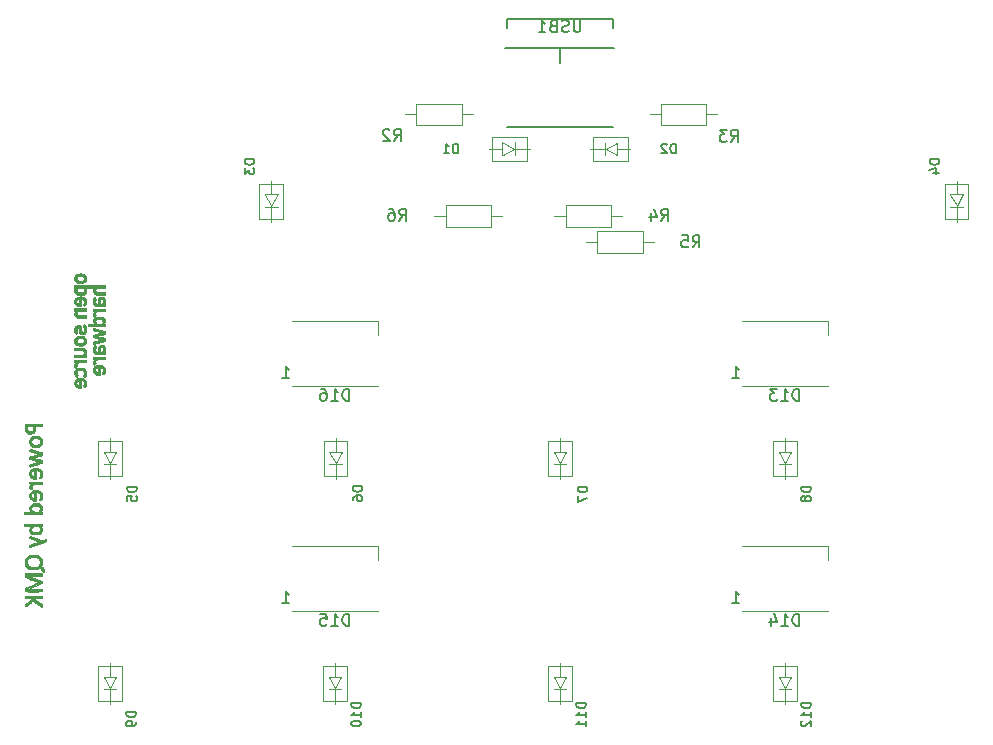
<source format=gbo>
G04 #@! TF.GenerationSoftware,KiCad,Pcbnew,(5.1.9-0-10_14)*
G04 #@! TF.CreationDate,2021-01-08T08:42:04+00:00*
G04 #@! TF.ProjectId,Draytronics-Daisy-PCB V1,44726179-7472-46f6-9e69-63732d446169,rev?*
G04 #@! TF.SameCoordinates,Original*
G04 #@! TF.FileFunction,Legend,Bot*
G04 #@! TF.FilePolarity,Positive*
%FSLAX46Y46*%
G04 Gerber Fmt 4.6, Leading zero omitted, Abs format (unit mm)*
G04 Created by KiCad (PCBNEW (5.1.9-0-10_14)) date 2021-01-08 08:42:04*
%MOMM*%
%LPD*%
G01*
G04 APERTURE LIST*
%ADD10C,0.010000*%
%ADD11C,0.120000*%
%ADD12C,0.150000*%
G04 APERTURE END LIST*
D10*
G36*
X23293630Y-70799969D02*
G01*
X23309230Y-70846327D01*
X23311307Y-70849374D01*
X23323041Y-70862200D01*
X23337317Y-70867798D01*
X23357317Y-70864127D01*
X23386225Y-70849144D01*
X23427223Y-70820809D01*
X23483494Y-70777081D01*
X23558221Y-70715917D01*
X23654586Y-70635276D01*
X23684905Y-70609750D01*
X23766388Y-70542222D01*
X23839883Y-70483442D01*
X23901266Y-70436535D01*
X23946411Y-70404628D01*
X23971194Y-70390848D01*
X23973920Y-70390662D01*
X23992509Y-70402655D01*
X24034075Y-70432254D01*
X24094653Y-70476545D01*
X24170277Y-70532612D01*
X24256982Y-70597542D01*
X24320623Y-70645551D01*
X24441091Y-70735328D01*
X24539231Y-70805527D01*
X24614139Y-70855541D01*
X24664913Y-70884762D01*
X24688582Y-70892800D01*
X24711046Y-70890843D01*
X24722831Y-70879750D01*
X24726646Y-70851687D01*
X24725204Y-70798821D01*
X24724708Y-70788397D01*
X24719667Y-70683994D01*
X24014631Y-70165360D01*
X24719667Y-70156200D01*
X24724661Y-70070882D01*
X24725324Y-70019568D01*
X24721489Y-69983086D01*
X24717605Y-69973516D01*
X24698606Y-69970923D01*
X24649349Y-69968521D01*
X24573445Y-69966372D01*
X24474504Y-69964537D01*
X24356135Y-69963077D01*
X24221948Y-69962052D01*
X24075553Y-69961525D01*
X24006412Y-69961466D01*
X23307268Y-69961466D01*
X23296170Y-70020622D01*
X23291466Y-70074144D01*
X23295499Y-70121292D01*
X23295726Y-70122222D01*
X23306379Y-70164666D01*
X23937747Y-70164666D01*
X23625973Y-70412083D01*
X23537117Y-70483364D01*
X23457133Y-70548988D01*
X23389903Y-70605651D01*
X23339312Y-70650047D01*
X23309241Y-70678871D01*
X23302690Y-70687249D01*
X23291140Y-70741107D01*
X23293630Y-70799969D01*
G37*
X23293630Y-70799969D02*
X23309230Y-70846327D01*
X23311307Y-70849374D01*
X23323041Y-70862200D01*
X23337317Y-70867798D01*
X23357317Y-70864127D01*
X23386225Y-70849144D01*
X23427223Y-70820809D01*
X23483494Y-70777081D01*
X23558221Y-70715917D01*
X23654586Y-70635276D01*
X23684905Y-70609750D01*
X23766388Y-70542222D01*
X23839883Y-70483442D01*
X23901266Y-70436535D01*
X23946411Y-70404628D01*
X23971194Y-70390848D01*
X23973920Y-70390662D01*
X23992509Y-70402655D01*
X24034075Y-70432254D01*
X24094653Y-70476545D01*
X24170277Y-70532612D01*
X24256982Y-70597542D01*
X24320623Y-70645551D01*
X24441091Y-70735328D01*
X24539231Y-70805527D01*
X24614139Y-70855541D01*
X24664913Y-70884762D01*
X24688582Y-70892800D01*
X24711046Y-70890843D01*
X24722831Y-70879750D01*
X24726646Y-70851687D01*
X24725204Y-70798821D01*
X24724708Y-70788397D01*
X24719667Y-70683994D01*
X24014631Y-70165360D01*
X24719667Y-70156200D01*
X24724661Y-70070882D01*
X24725324Y-70019568D01*
X24721489Y-69983086D01*
X24717605Y-69973516D01*
X24698606Y-69970923D01*
X24649349Y-69968521D01*
X24573445Y-69966372D01*
X24474504Y-69964537D01*
X24356135Y-69963077D01*
X24221948Y-69962052D01*
X24075553Y-69961525D01*
X24006412Y-69961466D01*
X23307268Y-69961466D01*
X23296170Y-70020622D01*
X23291466Y-70074144D01*
X23295499Y-70121292D01*
X23295726Y-70122222D01*
X23306379Y-70164666D01*
X23937747Y-70164666D01*
X23625973Y-70412083D01*
X23537117Y-70483364D01*
X23457133Y-70548988D01*
X23389903Y-70605651D01*
X23339312Y-70650047D01*
X23309241Y-70678871D01*
X23302690Y-70687249D01*
X23291140Y-70741107D01*
X23293630Y-70799969D01*
G36*
X23309158Y-69525520D02*
G01*
X23319583Y-69573369D01*
X23328869Y-69587053D01*
X23346740Y-69592256D01*
X23387651Y-69596378D01*
X23453351Y-69599456D01*
X23545590Y-69601525D01*
X23666118Y-69602624D01*
X23816683Y-69602788D01*
X23999035Y-69602055D01*
X24035836Y-69601827D01*
X24719667Y-69597400D01*
X24719667Y-69411133D01*
X24121387Y-69402666D01*
X23523107Y-69394200D01*
X24125620Y-69150865D01*
X24728134Y-68907531D01*
X24728134Y-68728157D01*
X24512234Y-68644447D01*
X24432083Y-68613445D01*
X24328310Y-68573420D01*
X24208920Y-68527453D01*
X24081921Y-68478626D01*
X23955319Y-68430019D01*
X23903640Y-68410201D01*
X23510947Y-68259666D01*
X24119540Y-68255222D01*
X24728134Y-68250777D01*
X24728134Y-68160677D01*
X24726166Y-68108040D01*
X24721119Y-68070310D01*
X24716845Y-68059288D01*
X24697026Y-68055964D01*
X24647786Y-68053235D01*
X24573562Y-68051085D01*
X24478794Y-68049496D01*
X24367921Y-68048453D01*
X24245382Y-68047936D01*
X24115616Y-68047931D01*
X23983062Y-68048419D01*
X23852159Y-68049384D01*
X23727345Y-68050809D01*
X23613061Y-68052677D01*
X23513744Y-68054970D01*
X23433835Y-68057673D01*
X23377771Y-68060768D01*
X23349993Y-68064237D01*
X23349169Y-68064514D01*
X23326854Y-68075175D01*
X23313869Y-68091468D01*
X23307701Y-68121586D01*
X23305837Y-68173724D01*
X23305733Y-68206163D01*
X23308019Y-68279779D01*
X23316094Y-68329170D01*
X23331785Y-68363747D01*
X23338006Y-68372327D01*
X23358364Y-68388925D01*
X23399182Y-68411818D01*
X23462550Y-68441930D01*
X23550559Y-68480188D01*
X23665297Y-68527515D01*
X23808854Y-68584840D01*
X23887929Y-68615910D01*
X24012192Y-68664781D01*
X24125750Y-68709918D01*
X24224912Y-68749816D01*
X24305984Y-68782969D01*
X24365275Y-68807873D01*
X24399092Y-68823023D01*
X24405664Y-68826933D01*
X24390607Y-68835142D01*
X24347844Y-68854517D01*
X24281054Y-68883490D01*
X24193912Y-68920496D01*
X24090096Y-68963967D01*
X23973284Y-69012338D01*
X23893841Y-69044962D01*
X23768435Y-69096874D01*
X23651813Y-69146239D01*
X23548040Y-69191255D01*
X23461176Y-69230118D01*
X23395283Y-69261024D01*
X23354423Y-69282169D01*
X23343833Y-69289214D01*
X23323419Y-69312522D01*
X23311833Y-69342243D01*
X23306728Y-69388021D01*
X23305733Y-69445878D01*
X23309158Y-69525520D01*
G37*
X23309158Y-69525520D02*
X23319583Y-69573369D01*
X23328869Y-69587053D01*
X23346740Y-69592256D01*
X23387651Y-69596378D01*
X23453351Y-69599456D01*
X23545590Y-69601525D01*
X23666118Y-69602624D01*
X23816683Y-69602788D01*
X23999035Y-69602055D01*
X24035836Y-69601827D01*
X24719667Y-69597400D01*
X24719667Y-69411133D01*
X24121387Y-69402666D01*
X23523107Y-69394200D01*
X24125620Y-69150865D01*
X24728134Y-68907531D01*
X24728134Y-68728157D01*
X24512234Y-68644447D01*
X24432083Y-68613445D01*
X24328310Y-68573420D01*
X24208920Y-68527453D01*
X24081921Y-68478626D01*
X23955319Y-68430019D01*
X23903640Y-68410201D01*
X23510947Y-68259666D01*
X24119540Y-68255222D01*
X24728134Y-68250777D01*
X24728134Y-68160677D01*
X24726166Y-68108040D01*
X24721119Y-68070310D01*
X24716845Y-68059288D01*
X24697026Y-68055964D01*
X24647786Y-68053235D01*
X24573562Y-68051085D01*
X24478794Y-68049496D01*
X24367921Y-68048453D01*
X24245382Y-68047936D01*
X24115616Y-68047931D01*
X23983062Y-68048419D01*
X23852159Y-68049384D01*
X23727345Y-68050809D01*
X23613061Y-68052677D01*
X23513744Y-68054970D01*
X23433835Y-68057673D01*
X23377771Y-68060768D01*
X23349993Y-68064237D01*
X23349169Y-68064514D01*
X23326854Y-68075175D01*
X23313869Y-68091468D01*
X23307701Y-68121586D01*
X23305837Y-68173724D01*
X23305733Y-68206163D01*
X23308019Y-68279779D01*
X23316094Y-68329170D01*
X23331785Y-68363747D01*
X23338006Y-68372327D01*
X23358364Y-68388925D01*
X23399182Y-68411818D01*
X23462550Y-68441930D01*
X23550559Y-68480188D01*
X23665297Y-68527515D01*
X23808854Y-68584840D01*
X23887929Y-68615910D01*
X24012192Y-68664781D01*
X24125750Y-68709918D01*
X24224912Y-68749816D01*
X24305984Y-68782969D01*
X24365275Y-68807873D01*
X24399092Y-68823023D01*
X24405664Y-68826933D01*
X24390607Y-68835142D01*
X24347844Y-68854517D01*
X24281054Y-68883490D01*
X24193912Y-68920496D01*
X24090096Y-68963967D01*
X23973284Y-69012338D01*
X23893841Y-69044962D01*
X23768435Y-69096874D01*
X23651813Y-69146239D01*
X23548040Y-69191255D01*
X23461176Y-69230118D01*
X23395283Y-69261024D01*
X23354423Y-69282169D01*
X23343833Y-69289214D01*
X23323419Y-69312522D01*
X23311833Y-69342243D01*
X23306728Y-69388021D01*
X23305733Y-69445878D01*
X23309158Y-69525520D01*
G36*
X23663093Y-60829354D02*
G01*
X23671917Y-60871478D01*
X23693118Y-60893175D01*
X23732012Y-60901140D01*
X23774053Y-60902133D01*
X23866215Y-60902133D01*
X23855267Y-60804766D01*
X23853103Y-60737570D01*
X23866783Y-60683643D01*
X23900746Y-60634871D01*
X23959432Y-60583138D01*
X23988270Y-60561644D01*
X24055881Y-60512666D01*
X24728134Y-60512666D01*
X24728134Y-60326400D01*
X23678912Y-60326400D01*
X23668287Y-60368733D01*
X23664063Y-60419816D01*
X23668287Y-60453400D01*
X23679824Y-60480611D01*
X23703310Y-60493033D01*
X23749526Y-60496288D01*
X23750556Y-60496296D01*
X23822200Y-60496860D01*
X23780855Y-60531272D01*
X23712812Y-60600158D01*
X23674314Y-60671831D01*
X23661384Y-60753903D01*
X23661334Y-60760104D01*
X23663093Y-60829354D01*
G37*
X23663093Y-60829354D02*
X23671917Y-60871478D01*
X23693118Y-60893175D01*
X23732012Y-60901140D01*
X23774053Y-60902133D01*
X23866215Y-60902133D01*
X23855267Y-60804766D01*
X23853103Y-60737570D01*
X23866783Y-60683643D01*
X23900746Y-60634871D01*
X23959432Y-60583138D01*
X23988270Y-60561644D01*
X24055881Y-60512666D01*
X24728134Y-60512666D01*
X24728134Y-60326400D01*
X23678912Y-60326400D01*
X23668287Y-60368733D01*
X23664063Y-60419816D01*
X23668287Y-60453400D01*
X23679824Y-60480611D01*
X23703310Y-60493033D01*
X23749526Y-60496288D01*
X23750556Y-60496296D01*
X23822200Y-60496860D01*
X23780855Y-60531272D01*
X23712812Y-60600158D01*
X23674314Y-60671831D01*
X23661384Y-60753903D01*
X23661334Y-60760104D01*
X23663093Y-60829354D01*
G36*
X23668093Y-57679919D02*
G01*
X23682500Y-57705095D01*
X23704932Y-57718079D01*
X23754501Y-57737996D01*
X23825663Y-57762901D01*
X23912871Y-57790852D01*
X24008467Y-57819301D01*
X24111540Y-57849029D01*
X24209451Y-57877562D01*
X24295115Y-57902811D01*
X24361446Y-57922692D01*
X24397883Y-57933985D01*
X24482500Y-57961233D01*
X24086861Y-58067716D01*
X23976427Y-58097668D01*
X23877217Y-58125013D01*
X23793806Y-58148454D01*
X23730771Y-58166695D01*
X23692686Y-58178440D01*
X23683321Y-58182101D01*
X23671603Y-58211198D01*
X23666743Y-58257979D01*
X23668940Y-58306924D01*
X23678394Y-58342513D01*
X23681210Y-58346706D01*
X23703471Y-58358964D01*
X23753538Y-58378501D01*
X23826549Y-58403677D01*
X23917639Y-58432853D01*
X24021944Y-58464386D01*
X24080434Y-58481355D01*
X24187352Y-58512314D01*
X24282481Y-58540593D01*
X24361279Y-58564784D01*
X24419207Y-58583474D01*
X24451725Y-58595255D01*
X24457154Y-58598381D01*
X24441592Y-58605459D01*
X24397961Y-58620264D01*
X24330805Y-58641389D01*
X24244665Y-58667423D01*
X24144083Y-58696957D01*
X24080387Y-58715287D01*
X23967328Y-58748466D01*
X23867091Y-58779584D01*
X23784169Y-58807124D01*
X23723055Y-58829566D01*
X23688241Y-58845394D01*
X23682500Y-58849757D01*
X23664306Y-58890255D01*
X23660560Y-58938517D01*
X23669536Y-58983608D01*
X23689507Y-59014598D01*
X23709712Y-59022040D01*
X23734780Y-59016918D01*
X23786500Y-59002939D01*
X23859970Y-58981647D01*
X23950288Y-58954586D01*
X24052552Y-58923302D01*
X24161860Y-58889338D01*
X24273308Y-58854239D01*
X24381996Y-58819549D01*
X24483022Y-58786813D01*
X24571482Y-58757575D01*
X24642475Y-58733379D01*
X24691098Y-58715770D01*
X24712450Y-58706292D01*
X24712724Y-58706049D01*
X24720898Y-58681205D01*
X24725147Y-58633512D01*
X24724773Y-58580546D01*
X24719667Y-58472199D01*
X24368213Y-58371322D01*
X24266649Y-58341429D01*
X24178528Y-58314062D01*
X24108185Y-58290687D01*
X24059957Y-58272773D01*
X24038179Y-58261787D01*
X24038013Y-58259566D01*
X24060458Y-58252046D01*
X24110217Y-58237620D01*
X24181800Y-58217806D01*
X24269719Y-58194124D01*
X24368486Y-58168091D01*
X24372534Y-58167035D01*
X24471651Y-58140667D01*
X24560119Y-58116121D01*
X24632444Y-58095006D01*
X24683130Y-58078926D01*
X24706685Y-58069487D01*
X24706967Y-58069284D01*
X24717311Y-58045795D01*
X24724499Y-58000772D01*
X24728143Y-57945480D01*
X24727849Y-57891184D01*
X24723228Y-57849151D01*
X24715226Y-57831221D01*
X24692277Y-57822102D01*
X24641960Y-57805135D01*
X24569301Y-57781828D01*
X24479329Y-57753694D01*
X24377071Y-57722242D01*
X24267554Y-57688983D01*
X24155806Y-57655428D01*
X24046854Y-57623088D01*
X23945726Y-57593473D01*
X23857449Y-57568094D01*
X23787051Y-57548462D01*
X23739559Y-57536087D01*
X23720752Y-57532399D01*
X23687478Y-57546893D01*
X23666053Y-57583343D01*
X23658812Y-57631200D01*
X23668093Y-57679919D01*
G37*
X23668093Y-57679919D02*
X23682500Y-57705095D01*
X23704932Y-57718079D01*
X23754501Y-57737996D01*
X23825663Y-57762901D01*
X23912871Y-57790852D01*
X24008467Y-57819301D01*
X24111540Y-57849029D01*
X24209451Y-57877562D01*
X24295115Y-57902811D01*
X24361446Y-57922692D01*
X24397883Y-57933985D01*
X24482500Y-57961233D01*
X24086861Y-58067716D01*
X23976427Y-58097668D01*
X23877217Y-58125013D01*
X23793806Y-58148454D01*
X23730771Y-58166695D01*
X23692686Y-58178440D01*
X23683321Y-58182101D01*
X23671603Y-58211198D01*
X23666743Y-58257979D01*
X23668940Y-58306924D01*
X23678394Y-58342513D01*
X23681210Y-58346706D01*
X23703471Y-58358964D01*
X23753538Y-58378501D01*
X23826549Y-58403677D01*
X23917639Y-58432853D01*
X24021944Y-58464386D01*
X24080434Y-58481355D01*
X24187352Y-58512314D01*
X24282481Y-58540593D01*
X24361279Y-58564784D01*
X24419207Y-58583474D01*
X24451725Y-58595255D01*
X24457154Y-58598381D01*
X24441592Y-58605459D01*
X24397961Y-58620264D01*
X24330805Y-58641389D01*
X24244665Y-58667423D01*
X24144083Y-58696957D01*
X24080387Y-58715287D01*
X23967328Y-58748466D01*
X23867091Y-58779584D01*
X23784169Y-58807124D01*
X23723055Y-58829566D01*
X23688241Y-58845394D01*
X23682500Y-58849757D01*
X23664306Y-58890255D01*
X23660560Y-58938517D01*
X23669536Y-58983608D01*
X23689507Y-59014598D01*
X23709712Y-59022040D01*
X23734780Y-59016918D01*
X23786500Y-59002939D01*
X23859970Y-58981647D01*
X23950288Y-58954586D01*
X24052552Y-58923302D01*
X24161860Y-58889338D01*
X24273308Y-58854239D01*
X24381996Y-58819549D01*
X24483022Y-58786813D01*
X24571482Y-58757575D01*
X24642475Y-58733379D01*
X24691098Y-58715770D01*
X24712450Y-58706292D01*
X24712724Y-58706049D01*
X24720898Y-58681205D01*
X24725147Y-58633512D01*
X24724773Y-58580546D01*
X24719667Y-58472199D01*
X24368213Y-58371322D01*
X24266649Y-58341429D01*
X24178528Y-58314062D01*
X24108185Y-58290687D01*
X24059957Y-58272773D01*
X24038179Y-58261787D01*
X24038013Y-58259566D01*
X24060458Y-58252046D01*
X24110217Y-58237620D01*
X24181800Y-58217806D01*
X24269719Y-58194124D01*
X24368486Y-58168091D01*
X24372534Y-58167035D01*
X24471651Y-58140667D01*
X24560119Y-58116121D01*
X24632444Y-58095006D01*
X24683130Y-58078926D01*
X24706685Y-58069487D01*
X24706967Y-58069284D01*
X24717311Y-58045795D01*
X24724499Y-58000772D01*
X24728143Y-57945480D01*
X24727849Y-57891184D01*
X24723228Y-57849151D01*
X24715226Y-57831221D01*
X24692277Y-57822102D01*
X24641960Y-57805135D01*
X24569301Y-57781828D01*
X24479329Y-57753694D01*
X24377071Y-57722242D01*
X24267554Y-57688983D01*
X24155806Y-57655428D01*
X24046854Y-57623088D01*
X23945726Y-57593473D01*
X23857449Y-57568094D01*
X23787051Y-57548462D01*
X23739559Y-57536087D01*
X23720752Y-57532399D01*
X23687478Y-57546893D01*
X23666053Y-57583343D01*
X23658812Y-57631200D01*
X23668093Y-57679919D01*
G36*
X23306004Y-55726414D02*
G01*
X23309356Y-55813607D01*
X23315073Y-55891502D01*
X23323117Y-55952919D01*
X23329107Y-55979082D01*
X23376934Y-56085679D01*
X23448139Y-56168143D01*
X23541033Y-56225115D01*
X23653932Y-56255240D01*
X23675244Y-56257616D01*
X23804482Y-56254713D01*
X23919692Y-56221782D01*
X24019175Y-56159404D01*
X24051138Y-56129513D01*
X24114189Y-56049848D01*
X24156179Y-55959845D01*
X24179427Y-55852602D01*
X24186267Y-55727485D01*
X24186267Y-55585926D01*
X24719667Y-55576600D01*
X24724661Y-55491282D01*
X24725324Y-55439968D01*
X24721489Y-55403486D01*
X24717605Y-55393916D01*
X24698576Y-55391287D01*
X24649344Y-55388856D01*
X24573573Y-55386687D01*
X24474927Y-55384843D01*
X24357068Y-55383388D01*
X24223661Y-55382386D01*
X24078369Y-55381902D01*
X24025965Y-55381866D01*
X24020409Y-55381874D01*
X24020409Y-55585066D01*
X24014438Y-55727770D01*
X24009100Y-55807290D01*
X23999750Y-55861909D01*
X23984468Y-55900529D01*
X23973554Y-55917224D01*
X23917467Y-55980054D01*
X23858033Y-56016492D01*
X23784024Y-56032086D01*
X23737534Y-56033800D01*
X23642315Y-56023458D01*
X23569999Y-55991229D01*
X23519093Y-55935305D01*
X23488102Y-55853882D01*
X23475535Y-55745152D01*
X23475093Y-55716300D01*
X23475067Y-55585066D01*
X24020409Y-55585066D01*
X24020409Y-55381874D01*
X23843165Y-55382146D01*
X23692004Y-55383027D01*
X23570261Y-55384574D01*
X23475711Y-55386852D01*
X23406132Y-55389925D01*
X23359301Y-55393859D01*
X23332996Y-55398716D01*
X23326054Y-55402186D01*
X23317009Y-55428208D01*
X23310520Y-55480819D01*
X23306548Y-55552843D01*
X23305056Y-55637100D01*
X23306004Y-55726414D01*
G37*
X23306004Y-55726414D02*
X23309356Y-55813607D01*
X23315073Y-55891502D01*
X23323117Y-55952919D01*
X23329107Y-55979082D01*
X23376934Y-56085679D01*
X23448139Y-56168143D01*
X23541033Y-56225115D01*
X23653932Y-56255240D01*
X23675244Y-56257616D01*
X23804482Y-56254713D01*
X23919692Y-56221782D01*
X24019175Y-56159404D01*
X24051138Y-56129513D01*
X24114189Y-56049848D01*
X24156179Y-55959845D01*
X24179427Y-55852602D01*
X24186267Y-55727485D01*
X24186267Y-55585926D01*
X24719667Y-55576600D01*
X24724661Y-55491282D01*
X24725324Y-55439968D01*
X24721489Y-55403486D01*
X24717605Y-55393916D01*
X24698576Y-55391287D01*
X24649344Y-55388856D01*
X24573573Y-55386687D01*
X24474927Y-55384843D01*
X24357068Y-55383388D01*
X24223661Y-55382386D01*
X24078369Y-55381902D01*
X24025965Y-55381866D01*
X24020409Y-55381874D01*
X24020409Y-55585066D01*
X24014438Y-55727770D01*
X24009100Y-55807290D01*
X23999750Y-55861909D01*
X23984468Y-55900529D01*
X23973554Y-55917224D01*
X23917467Y-55980054D01*
X23858033Y-56016492D01*
X23784024Y-56032086D01*
X23737534Y-56033800D01*
X23642315Y-56023458D01*
X23569999Y-55991229D01*
X23519093Y-55935305D01*
X23488102Y-55853882D01*
X23475535Y-55745152D01*
X23475093Y-55716300D01*
X23475067Y-55585066D01*
X24020409Y-55585066D01*
X24020409Y-55381874D01*
X23843165Y-55382146D01*
X23692004Y-55383027D01*
X23570261Y-55384574D01*
X23475711Y-55386852D01*
X23406132Y-55389925D01*
X23359301Y-55393859D01*
X23332996Y-55398716D01*
X23326054Y-55402186D01*
X23317009Y-55428208D01*
X23310520Y-55480819D01*
X23306548Y-55552843D01*
X23305056Y-55637100D01*
X23306004Y-55726414D01*
G36*
X23197479Y-64024948D02*
G01*
X23205334Y-64034759D01*
X23223331Y-64041890D01*
X23256103Y-64046747D01*
X23308288Y-64049736D01*
X23384521Y-64051261D01*
X23489438Y-64051729D01*
X23503784Y-64051733D01*
X23799811Y-64051733D01*
X23753406Y-64106766D01*
X23699648Y-64185483D01*
X23670337Y-64269851D01*
X23661335Y-64371855D01*
X23661333Y-64373466D01*
X23669547Y-64473613D01*
X23696729Y-64553420D01*
X23746697Y-64622833D01*
X23763623Y-64640144D01*
X23842783Y-64699510D01*
X23940595Y-64739802D01*
X24061137Y-64762282D01*
X24177800Y-64768296D01*
X24320220Y-64761982D01*
X24437278Y-64739944D01*
X24534346Y-64700686D01*
X24611363Y-64647429D01*
X24685271Y-64563316D01*
X24730887Y-64465180D01*
X24747178Y-64359091D01*
X24733112Y-64251124D01*
X24694461Y-64158784D01*
X24663842Y-64109184D01*
X24636690Y-64071641D01*
X24622653Y-64057293D01*
X24620123Y-64045812D01*
X24650760Y-64036438D01*
X24660400Y-64034909D01*
X24695489Y-64028203D01*
X24712978Y-64014951D01*
X24718994Y-63985508D01*
X24719667Y-63941666D01*
X24719667Y-63856999D01*
X24004313Y-63852730D01*
X24004313Y-64051733D01*
X24402459Y-64051733D01*
X24465264Y-64121250D01*
X24531733Y-64207561D01*
X24566617Y-64285576D01*
X24570466Y-64357686D01*
X24543831Y-64426283D01*
X24537634Y-64435841D01*
X24478862Y-64493778D01*
X24395277Y-64536068D01*
X24292947Y-64560965D01*
X24177940Y-64566724D01*
X24105176Y-64560238D01*
X23997359Y-64534934D01*
X23914486Y-64493975D01*
X23858792Y-64439095D01*
X23832507Y-64372030D01*
X23830667Y-64346885D01*
X23837836Y-64280671D01*
X23862490Y-64220294D01*
X23909348Y-64155756D01*
X23933955Y-64128063D01*
X24004313Y-64051733D01*
X24004313Y-63852730D01*
X23974600Y-63852552D01*
X23795481Y-63851564D01*
X23647223Y-63851001D01*
X23526821Y-63850956D01*
X23431270Y-63851527D01*
X23357566Y-63852809D01*
X23302705Y-63854897D01*
X23263683Y-63857888D01*
X23237493Y-63861876D01*
X23221133Y-63866958D01*
X23211598Y-63873229D01*
X23208367Y-63876955D01*
X23191200Y-63921940D01*
X23188118Y-63979788D01*
X23197479Y-64024948D01*
G37*
X23197479Y-64024948D02*
X23205334Y-64034759D01*
X23223331Y-64041890D01*
X23256103Y-64046747D01*
X23308288Y-64049736D01*
X23384521Y-64051261D01*
X23489438Y-64051729D01*
X23503784Y-64051733D01*
X23799811Y-64051733D01*
X23753406Y-64106766D01*
X23699648Y-64185483D01*
X23670337Y-64269851D01*
X23661335Y-64371855D01*
X23661333Y-64373466D01*
X23669547Y-64473613D01*
X23696729Y-64553420D01*
X23746697Y-64622833D01*
X23763623Y-64640144D01*
X23842783Y-64699510D01*
X23940595Y-64739802D01*
X24061137Y-64762282D01*
X24177800Y-64768296D01*
X24320220Y-64761982D01*
X24437278Y-64739944D01*
X24534346Y-64700686D01*
X24611363Y-64647429D01*
X24685271Y-64563316D01*
X24730887Y-64465180D01*
X24747178Y-64359091D01*
X24733112Y-64251124D01*
X24694461Y-64158784D01*
X24663842Y-64109184D01*
X24636690Y-64071641D01*
X24622653Y-64057293D01*
X24620123Y-64045812D01*
X24650760Y-64036438D01*
X24660400Y-64034909D01*
X24695489Y-64028203D01*
X24712978Y-64014951D01*
X24718994Y-63985508D01*
X24719667Y-63941666D01*
X24719667Y-63856999D01*
X24004313Y-63852730D01*
X24004313Y-64051733D01*
X24402459Y-64051733D01*
X24465264Y-64121250D01*
X24531733Y-64207561D01*
X24566617Y-64285576D01*
X24570466Y-64357686D01*
X24543831Y-64426283D01*
X24537634Y-64435841D01*
X24478862Y-64493778D01*
X24395277Y-64536068D01*
X24292947Y-64560965D01*
X24177940Y-64566724D01*
X24105176Y-64560238D01*
X23997359Y-64534934D01*
X23914486Y-64493975D01*
X23858792Y-64439095D01*
X23832507Y-64372030D01*
X23830667Y-64346885D01*
X23837836Y-64280671D01*
X23862490Y-64220294D01*
X23909348Y-64155756D01*
X23933955Y-64128063D01*
X24004313Y-64051733D01*
X24004313Y-63852730D01*
X23974600Y-63852552D01*
X23795481Y-63851564D01*
X23647223Y-63851001D01*
X23526821Y-63850956D01*
X23431270Y-63851527D01*
X23357566Y-63852809D01*
X23302705Y-63854897D01*
X23263683Y-63857888D01*
X23237493Y-63861876D01*
X23221133Y-63866958D01*
X23211598Y-63873229D01*
X23208367Y-63876955D01*
X23191200Y-63921940D01*
X23188118Y-63979788D01*
X23197479Y-64024948D01*
G36*
X24719667Y-63027266D02*
G01*
X24729989Y-62866400D01*
X24589782Y-62866400D01*
X24647155Y-62785966D01*
X24696419Y-62711436D01*
X24726251Y-62649290D01*
X24740894Y-62587697D01*
X24744593Y-62514825D01*
X24744590Y-62514236D01*
X24731519Y-62409116D01*
X24705537Y-62341466D01*
X24643429Y-62255257D01*
X24555293Y-62190617D01*
X24441098Y-62147534D01*
X24300813Y-62125995D01*
X24195172Y-62125293D01*
X24195172Y-62333000D01*
X24287245Y-62334887D01*
X24354749Y-62341361D01*
X24406815Y-62353639D01*
X24436423Y-62365183D01*
X24510380Y-62413542D01*
X24556562Y-62476907D01*
X24573108Y-62550523D01*
X24558155Y-62629637D01*
X24548468Y-62651340D01*
X24519849Y-62696655D01*
X24479161Y-62748306D01*
X24460364Y-62769033D01*
X24399527Y-62832533D01*
X24207634Y-62832533D01*
X24111078Y-62831170D01*
X24040966Y-62825096D01*
X23989923Y-62811332D01*
X23950572Y-62786899D01*
X23915535Y-62748818D01*
X23882007Y-62701036D01*
X23840807Y-62615782D01*
X23832659Y-62536075D01*
X23857123Y-62463874D01*
X23913755Y-62401139D01*
X23956142Y-62372696D01*
X23993401Y-62353880D01*
X24031723Y-62342064D01*
X24080416Y-62335702D01*
X24148792Y-62333246D01*
X24195172Y-62333000D01*
X24195172Y-62125293D01*
X24152476Y-62125008D01*
X24003542Y-62143185D01*
X23881302Y-62181917D01*
X23785876Y-62241099D01*
X23717388Y-62320630D01*
X23675958Y-62420406D01*
X23661709Y-62540323D01*
X23661705Y-62541107D01*
X23671973Y-62642020D01*
X23701630Y-62728465D01*
X23747849Y-62792680D01*
X23755895Y-62799799D01*
X23763217Y-62808788D01*
X23757778Y-62815622D01*
X23735560Y-62820814D01*
X23692544Y-62824876D01*
X23624708Y-62828319D01*
X23528034Y-62831656D01*
X23498900Y-62832533D01*
X23212600Y-62841000D01*
X23212600Y-63027266D01*
X24719667Y-63027266D01*
G37*
X24719667Y-63027266D02*
X24729989Y-62866400D01*
X24589782Y-62866400D01*
X24647155Y-62785966D01*
X24696419Y-62711436D01*
X24726251Y-62649290D01*
X24740894Y-62587697D01*
X24744593Y-62514825D01*
X24744590Y-62514236D01*
X24731519Y-62409116D01*
X24705537Y-62341466D01*
X24643429Y-62255257D01*
X24555293Y-62190617D01*
X24441098Y-62147534D01*
X24300813Y-62125995D01*
X24195172Y-62125293D01*
X24195172Y-62333000D01*
X24287245Y-62334887D01*
X24354749Y-62341361D01*
X24406815Y-62353639D01*
X24436423Y-62365183D01*
X24510380Y-62413542D01*
X24556562Y-62476907D01*
X24573108Y-62550523D01*
X24558155Y-62629637D01*
X24548468Y-62651340D01*
X24519849Y-62696655D01*
X24479161Y-62748306D01*
X24460364Y-62769033D01*
X24399527Y-62832533D01*
X24207634Y-62832533D01*
X24111078Y-62831170D01*
X24040966Y-62825096D01*
X23989923Y-62811332D01*
X23950572Y-62786899D01*
X23915535Y-62748818D01*
X23882007Y-62701036D01*
X23840807Y-62615782D01*
X23832659Y-62536075D01*
X23857123Y-62463874D01*
X23913755Y-62401139D01*
X23956142Y-62372696D01*
X23993401Y-62353880D01*
X24031723Y-62342064D01*
X24080416Y-62335702D01*
X24148792Y-62333246D01*
X24195172Y-62333000D01*
X24195172Y-62125293D01*
X24152476Y-62125008D01*
X24003542Y-62143185D01*
X23881302Y-62181917D01*
X23785876Y-62241099D01*
X23717388Y-62320630D01*
X23675958Y-62420406D01*
X23661709Y-62540323D01*
X23661705Y-62541107D01*
X23671973Y-62642020D01*
X23701630Y-62728465D01*
X23747849Y-62792680D01*
X23755895Y-62799799D01*
X23763217Y-62808788D01*
X23757778Y-62815622D01*
X23735560Y-62820814D01*
X23692544Y-62824876D01*
X23624708Y-62828319D01*
X23528034Y-62831656D01*
X23498900Y-62832533D01*
X23212600Y-62841000D01*
X23212600Y-63027266D01*
X24719667Y-63027266D01*
G36*
X23666315Y-61574096D02*
G01*
X23682683Y-61655319D01*
X23713782Y-61722364D01*
X23762701Y-61784523D01*
X23768170Y-61790286D01*
X23856868Y-61858552D01*
X23965381Y-61900665D01*
X24090874Y-61915650D01*
X24130121Y-61914778D01*
X24228600Y-61909666D01*
X24237768Y-61202426D01*
X24316380Y-61213201D01*
X24418965Y-61241563D01*
X24499901Y-61295150D01*
X24531344Y-61330559D01*
X24558929Y-61390500D01*
X24573220Y-61472663D01*
X24573991Y-61568025D01*
X24561017Y-61667566D01*
X24541618Y-61741081D01*
X24521652Y-61808760D01*
X24517761Y-61851226D01*
X24531946Y-61874064D01*
X24566205Y-61882864D01*
X24592667Y-61883748D01*
X24633102Y-61879089D01*
X24662206Y-61861014D01*
X24685073Y-61823375D01*
X24706798Y-61760022D01*
X24712862Y-61738673D01*
X24737467Y-61610412D01*
X24743089Y-61479459D01*
X24729728Y-61357672D01*
X24712863Y-61294692D01*
X24662305Y-61192851D01*
X24588307Y-61113663D01*
X24489924Y-61056539D01*
X24366212Y-61020892D01*
X24251706Y-61007629D01*
X24101600Y-61010996D01*
X24101600Y-61204242D01*
X24101600Y-61719337D01*
X24026947Y-61710923D01*
X23938598Y-61686488D01*
X23872207Y-61637719D01*
X23830469Y-61568135D01*
X23816078Y-61481256D01*
X23818995Y-61439258D01*
X23846436Y-61353436D01*
X23901648Y-61284533D01*
X23981489Y-61235635D01*
X24046567Y-61215732D01*
X24101600Y-61204242D01*
X24101600Y-61010996D01*
X24099906Y-61011034D01*
X23967883Y-61038841D01*
X23857289Y-61089756D01*
X23769777Y-61162487D01*
X23706997Y-61255741D01*
X23670603Y-61368226D01*
X23661593Y-61469400D01*
X23666315Y-61574096D01*
G37*
X23666315Y-61574096D02*
X23682683Y-61655319D01*
X23713782Y-61722364D01*
X23762701Y-61784523D01*
X23768170Y-61790286D01*
X23856868Y-61858552D01*
X23965381Y-61900665D01*
X24090874Y-61915650D01*
X24130121Y-61914778D01*
X24228600Y-61909666D01*
X24237768Y-61202426D01*
X24316380Y-61213201D01*
X24418965Y-61241563D01*
X24499901Y-61295150D01*
X24531344Y-61330559D01*
X24558929Y-61390500D01*
X24573220Y-61472663D01*
X24573991Y-61568025D01*
X24561017Y-61667566D01*
X24541618Y-61741081D01*
X24521652Y-61808760D01*
X24517761Y-61851226D01*
X24531946Y-61874064D01*
X24566205Y-61882864D01*
X24592667Y-61883748D01*
X24633102Y-61879089D01*
X24662206Y-61861014D01*
X24685073Y-61823375D01*
X24706798Y-61760022D01*
X24712862Y-61738673D01*
X24737467Y-61610412D01*
X24743089Y-61479459D01*
X24729728Y-61357672D01*
X24712863Y-61294692D01*
X24662305Y-61192851D01*
X24588307Y-61113663D01*
X24489924Y-61056539D01*
X24366212Y-61020892D01*
X24251706Y-61007629D01*
X24101600Y-61010996D01*
X24101600Y-61204242D01*
X24101600Y-61719337D01*
X24026947Y-61710923D01*
X23938598Y-61686488D01*
X23872207Y-61637719D01*
X23830469Y-61568135D01*
X23816078Y-61481256D01*
X23818995Y-61439258D01*
X23846436Y-61353436D01*
X23901648Y-61284533D01*
X23981489Y-61235635D01*
X24046567Y-61215732D01*
X24101600Y-61204242D01*
X24101600Y-61010996D01*
X24099906Y-61011034D01*
X23967883Y-61038841D01*
X23857289Y-61089756D01*
X23769777Y-61162487D01*
X23706997Y-61255741D01*
X23670603Y-61368226D01*
X23661593Y-61469400D01*
X23666315Y-61574096D01*
G36*
X23664294Y-59698733D02*
G01*
X23679091Y-59786946D01*
X23710132Y-59859377D01*
X23749394Y-59912811D01*
X23815702Y-59975753D01*
X23888465Y-60016704D01*
X23976149Y-60039029D01*
X24084667Y-60046079D01*
X24228600Y-60047000D01*
X24233183Y-59693525D01*
X24237767Y-59340050D01*
X24309383Y-59351350D01*
X24404824Y-59377881D01*
X24484852Y-59422582D01*
X24532155Y-59469054D01*
X24559073Y-59527831D01*
X24573102Y-59608920D01*
X24574030Y-59703228D01*
X24561641Y-59801662D01*
X24541774Y-59877944D01*
X24521423Y-59947037D01*
X24517475Y-59990409D01*
X24532101Y-60013073D01*
X24567474Y-60020042D01*
X24602706Y-60018521D01*
X24641759Y-60012885D01*
X24666059Y-59998407D01*
X24684928Y-59966472D01*
X24700145Y-59928466D01*
X24723691Y-59841140D01*
X24737425Y-59736503D01*
X24741008Y-59626591D01*
X24734101Y-59523441D01*
X24716364Y-59439089D01*
X24714136Y-59432584D01*
X24664441Y-59332761D01*
X24593726Y-59255890D01*
X24499537Y-59200209D01*
X24379423Y-59163953D01*
X24328175Y-59155146D01*
X24179895Y-59146089D01*
X24101600Y-59155042D01*
X24101600Y-59343621D01*
X24101600Y-59872969D01*
X24038100Y-59861338D01*
X23943654Y-59830597D01*
X23874193Y-59778772D01*
X23831514Y-59708031D01*
X23817410Y-59620542D01*
X23818569Y-59596196D01*
X23840878Y-59506163D01*
X23890870Y-59435325D01*
X23968789Y-59383432D01*
X24055034Y-59354526D01*
X24101600Y-59343621D01*
X24101600Y-59155042D01*
X24042749Y-59161773D01*
X23920739Y-59200791D01*
X23817864Y-59261738D01*
X23738124Y-59343211D01*
X23721208Y-59368337D01*
X23693483Y-59418430D01*
X23676804Y-59465877D01*
X23667747Y-59523668D01*
X23663657Y-59586809D01*
X23664294Y-59698733D01*
G37*
X23664294Y-59698733D02*
X23679091Y-59786946D01*
X23710132Y-59859377D01*
X23749394Y-59912811D01*
X23815702Y-59975753D01*
X23888465Y-60016704D01*
X23976149Y-60039029D01*
X24084667Y-60046079D01*
X24228600Y-60047000D01*
X24233183Y-59693525D01*
X24237767Y-59340050D01*
X24309383Y-59351350D01*
X24404824Y-59377881D01*
X24484852Y-59422582D01*
X24532155Y-59469054D01*
X24559073Y-59527831D01*
X24573102Y-59608920D01*
X24574030Y-59703228D01*
X24561641Y-59801662D01*
X24541774Y-59877944D01*
X24521423Y-59947037D01*
X24517475Y-59990409D01*
X24532101Y-60013073D01*
X24567474Y-60020042D01*
X24602706Y-60018521D01*
X24641759Y-60012885D01*
X24666059Y-59998407D01*
X24684928Y-59966472D01*
X24700145Y-59928466D01*
X24723691Y-59841140D01*
X24737425Y-59736503D01*
X24741008Y-59626591D01*
X24734101Y-59523441D01*
X24716364Y-59439089D01*
X24714136Y-59432584D01*
X24664441Y-59332761D01*
X24593726Y-59255890D01*
X24499537Y-59200209D01*
X24379423Y-59163953D01*
X24328175Y-59155146D01*
X24179895Y-59146089D01*
X24101600Y-59155042D01*
X24101600Y-59343621D01*
X24101600Y-59872969D01*
X24038100Y-59861338D01*
X23943654Y-59830597D01*
X23874193Y-59778772D01*
X23831514Y-59708031D01*
X23817410Y-59620542D01*
X23818569Y-59596196D01*
X23840878Y-59506163D01*
X23890870Y-59435325D01*
X23968789Y-59383432D01*
X24055034Y-59354526D01*
X24101600Y-59343621D01*
X24101600Y-59155042D01*
X24042749Y-59161773D01*
X23920739Y-59200791D01*
X23817864Y-59261738D01*
X23738124Y-59343211D01*
X23721208Y-59368337D01*
X23693483Y-59418430D01*
X23676804Y-59465877D01*
X23667747Y-59523668D01*
X23663657Y-59586809D01*
X23664294Y-59698733D01*
G36*
X23668247Y-57024944D02*
G01*
X23679737Y-57090179D01*
X23680986Y-57094530D01*
X23715760Y-57167803D01*
X23771723Y-57241147D01*
X23838501Y-57302352D01*
X23879469Y-57328181D01*
X23994307Y-57370676D01*
X24122007Y-57390864D01*
X24254194Y-57389429D01*
X24382489Y-57367061D01*
X24498514Y-57324447D01*
X24584311Y-57270340D01*
X24656345Y-57195827D01*
X24704840Y-57106359D01*
X24732006Y-56996747D01*
X24739495Y-56905866D01*
X24740026Y-56833939D01*
X24737366Y-56770502D01*
X24732070Y-56726675D01*
X24730209Y-56719490D01*
X24677507Y-56606723D01*
X24601297Y-56518123D01*
X24502079Y-56453967D01*
X24380350Y-56414533D01*
X24236611Y-56400097D01*
X24188475Y-56401367D01*
X24188475Y-56604293D01*
X24302216Y-56612655D01*
X24325412Y-56617005D01*
X24421924Y-56648033D01*
X24495089Y-56698349D01*
X24544711Y-56760431D01*
X24566851Y-56821118D01*
X24573004Y-56897396D01*
X24563800Y-56975348D01*
X24539869Y-57041053D01*
X24531423Y-57054260D01*
X24496620Y-57088750D01*
X24445141Y-57125362D01*
X24413987Y-57142933D01*
X24363688Y-57165323D01*
X24315401Y-57177905D01*
X24256435Y-57182975D01*
X24191748Y-57183147D01*
X24066421Y-57171454D01*
X23968061Y-57140340D01*
X23895586Y-57089363D01*
X23864208Y-57049272D01*
X23835604Y-56974817D01*
X23828425Y-56887472D01*
X23842852Y-56800724D01*
X23860228Y-56757839D01*
X23910904Y-56695151D01*
X23986630Y-56647415D01*
X24081217Y-56616504D01*
X24188475Y-56604293D01*
X24188475Y-56401367D01*
X24160198Y-56402114D01*
X24016344Y-56423969D01*
X23894474Y-56469709D01*
X23795853Y-56538503D01*
X23721744Y-56629519D01*
X23680912Y-56717893D01*
X23668948Y-56776262D01*
X23662850Y-56855331D01*
X23662618Y-56942443D01*
X23668247Y-57024944D01*
G37*
X23668247Y-57024944D02*
X23679737Y-57090179D01*
X23680986Y-57094530D01*
X23715760Y-57167803D01*
X23771723Y-57241147D01*
X23838501Y-57302352D01*
X23879469Y-57328181D01*
X23994307Y-57370676D01*
X24122007Y-57390864D01*
X24254194Y-57389429D01*
X24382489Y-57367061D01*
X24498514Y-57324447D01*
X24584311Y-57270340D01*
X24656345Y-57195827D01*
X24704840Y-57106359D01*
X24732006Y-56996747D01*
X24739495Y-56905866D01*
X24740026Y-56833939D01*
X24737366Y-56770502D01*
X24732070Y-56726675D01*
X24730209Y-56719490D01*
X24677507Y-56606723D01*
X24601297Y-56518123D01*
X24502079Y-56453967D01*
X24380350Y-56414533D01*
X24236611Y-56400097D01*
X24188475Y-56401367D01*
X24188475Y-56604293D01*
X24302216Y-56612655D01*
X24325412Y-56617005D01*
X24421924Y-56648033D01*
X24495089Y-56698349D01*
X24544711Y-56760431D01*
X24566851Y-56821118D01*
X24573004Y-56897396D01*
X24563800Y-56975348D01*
X24539869Y-57041053D01*
X24531423Y-57054260D01*
X24496620Y-57088750D01*
X24445141Y-57125362D01*
X24413987Y-57142933D01*
X24363688Y-57165323D01*
X24315401Y-57177905D01*
X24256435Y-57182975D01*
X24191748Y-57183147D01*
X24066421Y-57171454D01*
X23968061Y-57140340D01*
X23895586Y-57089363D01*
X23864208Y-57049272D01*
X23835604Y-56974817D01*
X23828425Y-56887472D01*
X23842852Y-56800724D01*
X23860228Y-56757839D01*
X23910904Y-56695151D01*
X23986630Y-56647415D01*
X24081217Y-56616504D01*
X24188475Y-56604293D01*
X24188475Y-56401367D01*
X24160198Y-56402114D01*
X24016344Y-56423969D01*
X23894474Y-56469709D01*
X23795853Y-56538503D01*
X23721744Y-56629519D01*
X23680912Y-56717893D01*
X23668948Y-56776262D01*
X23662850Y-56855331D01*
X23662618Y-56942443D01*
X23668247Y-57024944D01*
G36*
X23292306Y-67236048D02*
G01*
X23311215Y-67339749D01*
X23323457Y-67379133D01*
X23378836Y-67484408D01*
X23460385Y-67579016D01*
X23560548Y-67655387D01*
X23637534Y-67693878D01*
X23680613Y-67709650D01*
X23722086Y-67720672D01*
X23769405Y-67727792D01*
X23830023Y-67731858D01*
X23911394Y-67733719D01*
X23991534Y-67734180D01*
X24120841Y-67732400D01*
X24223364Y-67725476D01*
X24305979Y-67711975D01*
X24375564Y-67690469D01*
X24438995Y-67659525D01*
X24482652Y-67632005D01*
X24522454Y-67606720D01*
X24550238Y-67592198D01*
X24555319Y-67590832D01*
X24571519Y-67604391D01*
X24599618Y-67640270D01*
X24634781Y-67691346D01*
X24672171Y-67750498D01*
X24706955Y-67810601D01*
X24716219Y-67827866D01*
X24762297Y-67892160D01*
X24816721Y-67924093D01*
X24880899Y-67924453D01*
X24886622Y-67923109D01*
X24917535Y-67907589D01*
X24929743Y-67878681D01*
X24922891Y-67832633D01*
X24896626Y-67765695D01*
X24865842Y-67703130D01*
X24825914Y-67631643D01*
X24781592Y-67560949D01*
X24741804Y-67505199D01*
X24738121Y-67500628D01*
X24675890Y-67424683D01*
X24712205Y-67317241D01*
X24739036Y-67198657D01*
X24744604Y-67072586D01*
X24730403Y-66946602D01*
X24697931Y-66828278D01*
X24648683Y-66725187D01*
X24584154Y-66644902D01*
X24578358Y-66639674D01*
X24477353Y-66571588D01*
X24354143Y-66521433D01*
X24215363Y-66489384D01*
X24076903Y-66476480D01*
X24076903Y-66694145D01*
X24202047Y-66709231D01*
X24316259Y-66739850D01*
X24411941Y-66785776D01*
X24454576Y-66818080D01*
X24512183Y-66892115D01*
X24548489Y-66985438D01*
X24562494Y-67090230D01*
X24553200Y-67198673D01*
X24519608Y-67302948D01*
X24517173Y-67308122D01*
X24464027Y-67381825D01*
X24384916Y-67442454D01*
X24285528Y-67488984D01*
X24171546Y-67520391D01*
X24048659Y-67535650D01*
X23922551Y-67533736D01*
X23798909Y-67513624D01*
X23683419Y-67474291D01*
X23659217Y-67462727D01*
X23573915Y-67402155D01*
X23511699Y-67322456D01*
X23472927Y-67229610D01*
X23457960Y-67129601D01*
X23467156Y-67028410D01*
X23500876Y-66932018D01*
X23559479Y-66846408D01*
X23619000Y-66793570D01*
X23711877Y-66744302D01*
X23824219Y-66711457D01*
X23948428Y-66694812D01*
X24076903Y-66694145D01*
X24076903Y-66476480D01*
X24067647Y-66475617D01*
X23917629Y-66480308D01*
X23771943Y-66503633D01*
X23637224Y-66545765D01*
X23520105Y-66606881D01*
X23513266Y-66611511D01*
X23443064Y-66674869D01*
X23378497Y-66760349D01*
X23327537Y-66856288D01*
X23307074Y-66913107D01*
X23289736Y-67008524D01*
X23284979Y-67120905D01*
X23292306Y-67236048D01*
G37*
X23292306Y-67236048D02*
X23311215Y-67339749D01*
X23323457Y-67379133D01*
X23378836Y-67484408D01*
X23460385Y-67579016D01*
X23560548Y-67655387D01*
X23637534Y-67693878D01*
X23680613Y-67709650D01*
X23722086Y-67720672D01*
X23769405Y-67727792D01*
X23830023Y-67731858D01*
X23911394Y-67733719D01*
X23991534Y-67734180D01*
X24120841Y-67732400D01*
X24223364Y-67725476D01*
X24305979Y-67711975D01*
X24375564Y-67690469D01*
X24438995Y-67659525D01*
X24482652Y-67632005D01*
X24522454Y-67606720D01*
X24550238Y-67592198D01*
X24555319Y-67590832D01*
X24571519Y-67604391D01*
X24599618Y-67640270D01*
X24634781Y-67691346D01*
X24672171Y-67750498D01*
X24706955Y-67810601D01*
X24716219Y-67827866D01*
X24762297Y-67892160D01*
X24816721Y-67924093D01*
X24880899Y-67924453D01*
X24886622Y-67923109D01*
X24917535Y-67907589D01*
X24929743Y-67878681D01*
X24922891Y-67832633D01*
X24896626Y-67765695D01*
X24865842Y-67703130D01*
X24825914Y-67631643D01*
X24781592Y-67560949D01*
X24741804Y-67505199D01*
X24738121Y-67500628D01*
X24675890Y-67424683D01*
X24712205Y-67317241D01*
X24739036Y-67198657D01*
X24744604Y-67072586D01*
X24730403Y-66946602D01*
X24697931Y-66828278D01*
X24648683Y-66725187D01*
X24584154Y-66644902D01*
X24578358Y-66639674D01*
X24477353Y-66571588D01*
X24354143Y-66521433D01*
X24215363Y-66489384D01*
X24076903Y-66476480D01*
X24076903Y-66694145D01*
X24202047Y-66709231D01*
X24316259Y-66739850D01*
X24411941Y-66785776D01*
X24454576Y-66818080D01*
X24512183Y-66892115D01*
X24548489Y-66985438D01*
X24562494Y-67090230D01*
X24553200Y-67198673D01*
X24519608Y-67302948D01*
X24517173Y-67308122D01*
X24464027Y-67381825D01*
X24384916Y-67442454D01*
X24285528Y-67488984D01*
X24171546Y-67520391D01*
X24048659Y-67535650D01*
X23922551Y-67533736D01*
X23798909Y-67513624D01*
X23683419Y-67474291D01*
X23659217Y-67462727D01*
X23573915Y-67402155D01*
X23511699Y-67322456D01*
X23472927Y-67229610D01*
X23457960Y-67129601D01*
X23467156Y-67028410D01*
X23500876Y-66932018D01*
X23559479Y-66846408D01*
X23619000Y-66793570D01*
X23711877Y-66744302D01*
X23824219Y-66711457D01*
X23948428Y-66694812D01*
X24076903Y-66694145D01*
X24076903Y-66476480D01*
X24067647Y-66475617D01*
X23917629Y-66480308D01*
X23771943Y-66503633D01*
X23637224Y-66545765D01*
X23520105Y-66606881D01*
X23513266Y-66611511D01*
X23443064Y-66674869D01*
X23378497Y-66760349D01*
X23327537Y-66856288D01*
X23307074Y-66913107D01*
X23289736Y-67008524D01*
X23284979Y-67120905D01*
X23292306Y-67236048D01*
G36*
X23662929Y-65025439D02*
G01*
X23672521Y-65051064D01*
X23694812Y-65074806D01*
X23733178Y-65098914D01*
X23790998Y-65125635D01*
X23871649Y-65157216D01*
X23978509Y-65195905D01*
X24074302Y-65229680D01*
X24181144Y-65267536D01*
X24276494Y-65301967D01*
X24355971Y-65331339D01*
X24415195Y-65354016D01*
X24449786Y-65368363D01*
X24457001Y-65372533D01*
X24441684Y-65380127D01*
X24398647Y-65396957D01*
X24332260Y-65421432D01*
X24246893Y-65451961D01*
X24146914Y-65486953D01*
X24069241Y-65513708D01*
X23681482Y-65646416D01*
X23671033Y-65702118D01*
X23668837Y-65756209D01*
X23677905Y-65803380D01*
X23695806Y-65835198D01*
X23721005Y-65840356D01*
X23733313Y-65837255D01*
X23775289Y-65823433D01*
X23841776Y-65800367D01*
X23928726Y-65769546D01*
X24032091Y-65732457D01*
X24147823Y-65690590D01*
X24271872Y-65645433D01*
X24400191Y-65598475D01*
X24528733Y-65551203D01*
X24653447Y-65505107D01*
X24770287Y-65461675D01*
X24875203Y-65422395D01*
X24964149Y-65388756D01*
X25033074Y-65362247D01*
X25077932Y-65344356D01*
X25094483Y-65336771D01*
X25109158Y-65308743D01*
X25116741Y-65263100D01*
X25117220Y-65212157D01*
X25110581Y-65168223D01*
X25096811Y-65143611D01*
X25094690Y-65142545D01*
X25070351Y-65144919D01*
X25022313Y-65158181D01*
X24958073Y-65180036D01*
X24901252Y-65201692D01*
X24824748Y-65231560D01*
X24772265Y-65249714D01*
X24736631Y-65257630D01*
X24710673Y-65256781D01*
X24687219Y-65248643D01*
X24682862Y-65246591D01*
X24642075Y-65228797D01*
X24578162Y-65203172D01*
X24495835Y-65171419D01*
X24399805Y-65135239D01*
X24294785Y-65096336D01*
X24185486Y-65056413D01*
X24076621Y-65017171D01*
X23972899Y-64980313D01*
X23879035Y-64947543D01*
X23799739Y-64920563D01*
X23739722Y-64901074D01*
X23703698Y-64890781D01*
X23695437Y-64889787D01*
X23682003Y-64911635D01*
X23669762Y-64952431D01*
X23668328Y-64959556D01*
X23662657Y-64995686D01*
X23662929Y-65025439D01*
G37*
X23662929Y-65025439D02*
X23672521Y-65051064D01*
X23694812Y-65074806D01*
X23733178Y-65098914D01*
X23790998Y-65125635D01*
X23871649Y-65157216D01*
X23978509Y-65195905D01*
X24074302Y-65229680D01*
X24181144Y-65267536D01*
X24276494Y-65301967D01*
X24355971Y-65331339D01*
X24415195Y-65354016D01*
X24449786Y-65368363D01*
X24457001Y-65372533D01*
X24441684Y-65380127D01*
X24398647Y-65396957D01*
X24332260Y-65421432D01*
X24246893Y-65451961D01*
X24146914Y-65486953D01*
X24069241Y-65513708D01*
X23681482Y-65646416D01*
X23671033Y-65702118D01*
X23668837Y-65756209D01*
X23677905Y-65803380D01*
X23695806Y-65835198D01*
X23721005Y-65840356D01*
X23733313Y-65837255D01*
X23775289Y-65823433D01*
X23841776Y-65800367D01*
X23928726Y-65769546D01*
X24032091Y-65732457D01*
X24147823Y-65690590D01*
X24271872Y-65645433D01*
X24400191Y-65598475D01*
X24528733Y-65551203D01*
X24653447Y-65505107D01*
X24770287Y-65461675D01*
X24875203Y-65422395D01*
X24964149Y-65388756D01*
X25033074Y-65362247D01*
X25077932Y-65344356D01*
X25094483Y-65336771D01*
X25109158Y-65308743D01*
X25116741Y-65263100D01*
X25117220Y-65212157D01*
X25110581Y-65168223D01*
X25096811Y-65143611D01*
X25094690Y-65142545D01*
X25070351Y-65144919D01*
X25022313Y-65158181D01*
X24958073Y-65180036D01*
X24901252Y-65201692D01*
X24824748Y-65231560D01*
X24772265Y-65249714D01*
X24736631Y-65257630D01*
X24710673Y-65256781D01*
X24687219Y-65248643D01*
X24682862Y-65246591D01*
X24642075Y-65228797D01*
X24578162Y-65203172D01*
X24495835Y-65171419D01*
X24399805Y-65135239D01*
X24294785Y-65096336D01*
X24185486Y-65056413D01*
X24076621Y-65017171D01*
X23972899Y-64980313D01*
X23879035Y-64947543D01*
X23799739Y-64920563D01*
X23739722Y-64901074D01*
X23703698Y-64890781D01*
X23695437Y-64889787D01*
X23682003Y-64911635D01*
X23669762Y-64952431D01*
X23668328Y-64959556D01*
X23662657Y-64995686D01*
X23662929Y-65025439D01*
G36*
X27461134Y-50488935D02*
G01*
X27477606Y-50564888D01*
X27503664Y-50620704D01*
X27529480Y-50662476D01*
X27563315Y-50637693D01*
X27592306Y-50615048D01*
X27629787Y-50583985D01*
X27652860Y-50564129D01*
X27708570Y-50515349D01*
X27687785Y-50475155D01*
X27671617Y-50424496D01*
X27667727Y-50366213D01*
X27675957Y-50311138D01*
X27690656Y-50277425D01*
X27705751Y-50255261D01*
X27720540Y-50237693D01*
X27738059Y-50224125D01*
X27761342Y-50213962D01*
X27793425Y-50206608D01*
X27837342Y-50201470D01*
X27896130Y-50197950D01*
X27972824Y-50195454D01*
X28070457Y-50193388D01*
X28124200Y-50192400D01*
X28473450Y-50186050D01*
X28477138Y-50081275D01*
X28480827Y-49976500D01*
X27462772Y-49976500D01*
X27470150Y-50186050D01*
X27519873Y-50192400D01*
X27550372Y-50197433D01*
X27559322Y-50203748D01*
X27550509Y-50214459D01*
X27548602Y-50216052D01*
X27505106Y-50267258D01*
X27475571Y-50333932D01*
X27460685Y-50409887D01*
X27461134Y-50488935D01*
G37*
X27461134Y-50488935D02*
X27477606Y-50564888D01*
X27503664Y-50620704D01*
X27529480Y-50662476D01*
X27563315Y-50637693D01*
X27592306Y-50615048D01*
X27629787Y-50583985D01*
X27652860Y-50564129D01*
X27708570Y-50515349D01*
X27687785Y-50475155D01*
X27671617Y-50424496D01*
X27667727Y-50366213D01*
X27675957Y-50311138D01*
X27690656Y-50277425D01*
X27705751Y-50255261D01*
X27720540Y-50237693D01*
X27738059Y-50224125D01*
X27761342Y-50213962D01*
X27793425Y-50206608D01*
X27837342Y-50201470D01*
X27896130Y-50197950D01*
X27972824Y-50195454D01*
X28070457Y-50193388D01*
X28124200Y-50192400D01*
X28473450Y-50186050D01*
X28477138Y-50081275D01*
X28480827Y-49976500D01*
X27462772Y-49976500D01*
X27470150Y-50186050D01*
X27519873Y-50192400D01*
X27550372Y-50197433D01*
X27559322Y-50203748D01*
X27550509Y-50214459D01*
X27548602Y-50216052D01*
X27505106Y-50267258D01*
X27475571Y-50333932D01*
X27460685Y-50409887D01*
X27461134Y-50488935D01*
G36*
X27463971Y-46147918D02*
G01*
X27484753Y-46220361D01*
X27492282Y-46236350D01*
X27537717Y-46307215D01*
X27594275Y-46359934D01*
X27660650Y-46397594D01*
X27679812Y-46405975D01*
X27698930Y-46412630D01*
X27721166Y-46417797D01*
X27749684Y-46421716D01*
X27787646Y-46424626D01*
X27838216Y-46426767D01*
X27904556Y-46428377D01*
X27989829Y-46429696D01*
X28097199Y-46430964D01*
X28102504Y-46431022D01*
X28480859Y-46435195D01*
X28477154Y-46329422D01*
X28473450Y-46223650D01*
X28130550Y-46217300D01*
X28026721Y-46215228D01*
X27945150Y-46213144D01*
X27882693Y-46210798D01*
X27836210Y-46207942D01*
X27802557Y-46204327D01*
X27778594Y-46199703D01*
X27761179Y-46193823D01*
X27748096Y-46187003D01*
X27701572Y-46146759D01*
X27675007Y-46093188D01*
X27667000Y-46027384D01*
X27674701Y-45958988D01*
X27699429Y-45906606D01*
X27743616Y-45865462D01*
X27752417Y-45859751D01*
X27767601Y-45850814D01*
X27783142Y-45843822D01*
X27802291Y-45838490D01*
X27828299Y-45834533D01*
X27864416Y-45831668D01*
X27913892Y-45829609D01*
X27979978Y-45828073D01*
X28065925Y-45826776D01*
X28140075Y-45825853D01*
X28479800Y-45821756D01*
X28479800Y-45620400D01*
X27463800Y-45620400D01*
X27463800Y-45823600D01*
X27514600Y-45823600D01*
X27550809Y-45826238D01*
X27563135Y-45835897D01*
X27552579Y-45855193D01*
X27533969Y-45874099D01*
X27495053Y-45926671D01*
X27469897Y-45994328D01*
X27459277Y-46070325D01*
X27463971Y-46147918D01*
G37*
X27463971Y-46147918D02*
X27484753Y-46220361D01*
X27492282Y-46236350D01*
X27537717Y-46307215D01*
X27594275Y-46359934D01*
X27660650Y-46397594D01*
X27679812Y-46405975D01*
X27698930Y-46412630D01*
X27721166Y-46417797D01*
X27749684Y-46421716D01*
X27787646Y-46424626D01*
X27838216Y-46426767D01*
X27904556Y-46428377D01*
X27989829Y-46429696D01*
X28097199Y-46430964D01*
X28102504Y-46431022D01*
X28480859Y-46435195D01*
X28477154Y-46329422D01*
X28473450Y-46223650D01*
X28130550Y-46217300D01*
X28026721Y-46215228D01*
X27945150Y-46213144D01*
X27882693Y-46210798D01*
X27836210Y-46207942D01*
X27802557Y-46204327D01*
X27778594Y-46199703D01*
X27761179Y-46193823D01*
X27748096Y-46187003D01*
X27701572Y-46146759D01*
X27675007Y-46093188D01*
X27667000Y-46027384D01*
X27674701Y-45958988D01*
X27699429Y-45906606D01*
X27743616Y-45865462D01*
X27752417Y-45859751D01*
X27767601Y-45850814D01*
X27783142Y-45843822D01*
X27802291Y-45838490D01*
X27828299Y-45834533D01*
X27864416Y-45831668D01*
X27913892Y-45829609D01*
X27979978Y-45828073D01*
X28065925Y-45826776D01*
X28140075Y-45825853D01*
X28479800Y-45821756D01*
X28479800Y-45620400D01*
X27463800Y-45620400D01*
X27463800Y-45823600D01*
X27514600Y-45823600D01*
X27550809Y-45826238D01*
X27563135Y-45835897D01*
X27552579Y-45855193D01*
X27533969Y-45874099D01*
X27495053Y-45926671D01*
X27469897Y-45994328D01*
X27459277Y-46070325D01*
X27463971Y-46147918D01*
G36*
X27473304Y-52042629D02*
G01*
X27513766Y-52133681D01*
X27571449Y-52210065D01*
X27622811Y-52258278D01*
X27676401Y-52292856D01*
X27737916Y-52315952D01*
X27813054Y-52329722D01*
X27905125Y-52336234D01*
X28048000Y-52341441D01*
X28048000Y-51716400D01*
X28083409Y-51716400D01*
X28126772Y-51724917D01*
X28176906Y-51746830D01*
X28223563Y-51776680D01*
X28255983Y-51808304D01*
X28273874Y-51847926D01*
X28284847Y-51902563D01*
X28288010Y-51962557D01*
X28282469Y-52018248D01*
X28277250Y-52038279D01*
X28259794Y-52079210D01*
X28235875Y-52122201D01*
X28231149Y-52129415D01*
X28199957Y-52175380D01*
X28258871Y-52244340D01*
X28289197Y-52278276D01*
X28313740Y-52302894D01*
X28327528Y-52313237D01*
X28328018Y-52313300D01*
X28341548Y-52304315D01*
X28363924Y-52281604D01*
X28375230Y-52268437D01*
X28435146Y-52176346D01*
X28473433Y-52073825D01*
X28488950Y-51965450D01*
X28480560Y-51855800D01*
X28479367Y-51849750D01*
X28447605Y-51751499D01*
X28395903Y-51668736D01*
X28325005Y-51602203D01*
X28235653Y-51552646D01*
X28156887Y-51527042D01*
X28102870Y-51518330D01*
X28033081Y-51513326D01*
X27956888Y-51512101D01*
X27883658Y-51514727D01*
X27846797Y-51518689D01*
X27846797Y-51716400D01*
X27882900Y-51716400D01*
X27882900Y-52138326D01*
X27835275Y-52129603D01*
X27762256Y-52105642D01*
X27706589Y-52064836D01*
X27670120Y-52009253D01*
X27654698Y-51940963D01*
X27654300Y-51927048D01*
X27660493Y-51869140D01*
X27676904Y-51819944D01*
X27677862Y-51818118D01*
X27709885Y-51779226D01*
X27756997Y-51745357D01*
X27809130Y-51722574D01*
X27846797Y-51716400D01*
X27846797Y-51518689D01*
X27822758Y-51521273D01*
X27806592Y-51524389D01*
X27698837Y-51559152D01*
X27610031Y-51610209D01*
X27540660Y-51677106D01*
X27491211Y-51759387D01*
X27464199Y-51845920D01*
X27456489Y-51945717D01*
X27473304Y-52042629D01*
G37*
X27473304Y-52042629D02*
X27513766Y-52133681D01*
X27571449Y-52210065D01*
X27622811Y-52258278D01*
X27676401Y-52292856D01*
X27737916Y-52315952D01*
X27813054Y-52329722D01*
X27905125Y-52336234D01*
X28048000Y-52341441D01*
X28048000Y-51716400D01*
X28083409Y-51716400D01*
X28126772Y-51724917D01*
X28176906Y-51746830D01*
X28223563Y-51776680D01*
X28255983Y-51808304D01*
X28273874Y-51847926D01*
X28284847Y-51902563D01*
X28288010Y-51962557D01*
X28282469Y-52018248D01*
X28277250Y-52038279D01*
X28259794Y-52079210D01*
X28235875Y-52122201D01*
X28231149Y-52129415D01*
X28199957Y-52175380D01*
X28258871Y-52244340D01*
X28289197Y-52278276D01*
X28313740Y-52302894D01*
X28327528Y-52313237D01*
X28328018Y-52313300D01*
X28341548Y-52304315D01*
X28363924Y-52281604D01*
X28375230Y-52268437D01*
X28435146Y-52176346D01*
X28473433Y-52073825D01*
X28488950Y-51965450D01*
X28480560Y-51855800D01*
X28479367Y-51849750D01*
X28447605Y-51751499D01*
X28395903Y-51668736D01*
X28325005Y-51602203D01*
X28235653Y-51552646D01*
X28156887Y-51527042D01*
X28102870Y-51518330D01*
X28033081Y-51513326D01*
X27956888Y-51512101D01*
X27883658Y-51514727D01*
X27846797Y-51518689D01*
X27846797Y-51716400D01*
X27882900Y-51716400D01*
X27882900Y-52138326D01*
X27835275Y-52129603D01*
X27762256Y-52105642D01*
X27706589Y-52064836D01*
X27670120Y-52009253D01*
X27654698Y-51940963D01*
X27654300Y-51927048D01*
X27660493Y-51869140D01*
X27676904Y-51819944D01*
X27677862Y-51818118D01*
X27709885Y-51779226D01*
X27756997Y-51745357D01*
X27809130Y-51722574D01*
X27846797Y-51716400D01*
X27846797Y-51518689D01*
X27822758Y-51521273D01*
X27806592Y-51524389D01*
X27698837Y-51559152D01*
X27610031Y-51610209D01*
X27540660Y-51677106D01*
X27491211Y-51759387D01*
X27464199Y-51845920D01*
X27456489Y-51945717D01*
X27473304Y-52042629D01*
G36*
X27455773Y-51127261D02*
G01*
X27464154Y-51175323D01*
X27469172Y-51195778D01*
X27498513Y-51278448D01*
X27540900Y-51355814D01*
X27591025Y-51418384D01*
X27596773Y-51423946D01*
X27619134Y-51443284D01*
X27633796Y-51446066D01*
X27651400Y-51433308D01*
X27655566Y-51429563D01*
X27680413Y-51404232D01*
X27710099Y-51370175D01*
X27719563Y-51358512D01*
X27756628Y-51311775D01*
X27715376Y-51253251D01*
X27691238Y-51214656D01*
X27677691Y-51178188D01*
X27671076Y-51132357D01*
X27669586Y-51109489D01*
X27673426Y-51028287D01*
X27695395Y-50963642D01*
X27736745Y-50913130D01*
X27788385Y-50879336D01*
X27823036Y-50863726D01*
X27856753Y-50854159D01*
X27897597Y-50849234D01*
X27953628Y-50847552D01*
X27971800Y-50847472D01*
X28034284Y-50848488D01*
X28079392Y-50852586D01*
X28115084Y-50861054D01*
X28149320Y-50875183D01*
X28152533Y-50876743D01*
X28210307Y-50918082D01*
X28251108Y-50974342D01*
X28274112Y-51040837D01*
X28278497Y-51112883D01*
X28263437Y-51185794D01*
X28228109Y-51254886D01*
X28220788Y-51264924D01*
X28185994Y-51310541D01*
X28223548Y-51357895D01*
X28252521Y-51392364D01*
X28280177Y-51422058D01*
X28287900Y-51429443D01*
X28308324Y-51445643D01*
X28323145Y-51444530D01*
X28341578Y-51429443D01*
X28385997Y-51379057D01*
X28427694Y-51313313D01*
X28460738Y-51242049D01*
X28469027Y-51218053D01*
X28484174Y-51160562D01*
X28489929Y-51109305D01*
X28486854Y-51053048D01*
X28479688Y-51004331D01*
X28457148Y-50927311D01*
X28418156Y-50849533D01*
X28368633Y-50782267D01*
X28356163Y-50769258D01*
X28283623Y-50714553D01*
X28193732Y-50673853D01*
X28091045Y-50648303D01*
X27980113Y-50639047D01*
X27868746Y-50646748D01*
X27753634Y-50673223D01*
X27657543Y-50716469D01*
X27580190Y-50776754D01*
X27521289Y-50854343D01*
X27480556Y-50949504D01*
X27462662Y-51026946D01*
X27455453Y-51082407D01*
X27455773Y-51127261D01*
G37*
X27455773Y-51127261D02*
X27464154Y-51175323D01*
X27469172Y-51195778D01*
X27498513Y-51278448D01*
X27540900Y-51355814D01*
X27591025Y-51418384D01*
X27596773Y-51423946D01*
X27619134Y-51443284D01*
X27633796Y-51446066D01*
X27651400Y-51433308D01*
X27655566Y-51429563D01*
X27680413Y-51404232D01*
X27710099Y-51370175D01*
X27719563Y-51358512D01*
X27756628Y-51311775D01*
X27715376Y-51253251D01*
X27691238Y-51214656D01*
X27677691Y-51178188D01*
X27671076Y-51132357D01*
X27669586Y-51109489D01*
X27673426Y-51028287D01*
X27695395Y-50963642D01*
X27736745Y-50913130D01*
X27788385Y-50879336D01*
X27823036Y-50863726D01*
X27856753Y-50854159D01*
X27897597Y-50849234D01*
X27953628Y-50847552D01*
X27971800Y-50847472D01*
X28034284Y-50848488D01*
X28079392Y-50852586D01*
X28115084Y-50861054D01*
X28149320Y-50875183D01*
X28152533Y-50876743D01*
X28210307Y-50918082D01*
X28251108Y-50974342D01*
X28274112Y-51040837D01*
X28278497Y-51112883D01*
X28263437Y-51185794D01*
X28228109Y-51254886D01*
X28220788Y-51264924D01*
X28185994Y-51310541D01*
X28223548Y-51357895D01*
X28252521Y-51392364D01*
X28280177Y-51422058D01*
X28287900Y-51429443D01*
X28308324Y-51445643D01*
X28323145Y-51444530D01*
X28341578Y-51429443D01*
X28385997Y-51379057D01*
X28427694Y-51313313D01*
X28460738Y-51242049D01*
X28469027Y-51218053D01*
X28484174Y-51160562D01*
X28489929Y-51109305D01*
X28486854Y-51053048D01*
X28479688Y-51004331D01*
X28457148Y-50927311D01*
X28418156Y-50849533D01*
X28368633Y-50782267D01*
X28356163Y-50769258D01*
X28283623Y-50714553D01*
X28193732Y-50673853D01*
X28091045Y-50648303D01*
X27980113Y-50639047D01*
X27868746Y-50646748D01*
X27753634Y-50673223D01*
X27657543Y-50716469D01*
X27580190Y-50776754D01*
X27521289Y-50854343D01*
X27480556Y-50949504D01*
X27462662Y-51026946D01*
X27455453Y-51082407D01*
X27455773Y-51127261D01*
G36*
X27811642Y-49166298D02*
G01*
X27915312Y-49167507D01*
X27996674Y-49168802D01*
X28058818Y-49170426D01*
X28104834Y-49172618D01*
X28137813Y-49175620D01*
X28160847Y-49179673D01*
X28177026Y-49185018D01*
X28189440Y-49191895D01*
X28195537Y-49196234D01*
X28242651Y-49239209D01*
X28268881Y-49285187D01*
X28278309Y-49341821D01*
X28278527Y-49351743D01*
X28269809Y-49422195D01*
X28241517Y-49477286D01*
X28192273Y-49519376D01*
X28175193Y-49528825D01*
X28156956Y-49537542D01*
X28138603Y-49544280D01*
X28116721Y-49549294D01*
X28087896Y-49552837D01*
X28048715Y-49555164D01*
X27995762Y-49556529D01*
X27925626Y-49557186D01*
X27834893Y-49557389D01*
X27791309Y-49557400D01*
X27463800Y-49557400D01*
X27463800Y-49760600D01*
X28479800Y-49760600D01*
X28479800Y-49557400D01*
X28379917Y-49557400D01*
X28422365Y-49494322D01*
X28465571Y-49411129D01*
X28486645Y-49324940D01*
X28484609Y-49240358D01*
X28480583Y-49220850D01*
X28446720Y-49132924D01*
X28392289Y-49059475D01*
X28318604Y-49002080D01*
X28282950Y-48983471D01*
X28263884Y-48975093D01*
X28245192Y-48968493D01*
X28223695Y-48963457D01*
X28196216Y-48959773D01*
X28159576Y-48957230D01*
X28110598Y-48955615D01*
X28046104Y-48954716D01*
X27962916Y-48954321D01*
X27857856Y-48954218D01*
X27844800Y-48954215D01*
X27470150Y-48954150D01*
X27466470Y-49058348D01*
X27462791Y-49162546D01*
X27811642Y-49166298D01*
G37*
X27811642Y-49166298D02*
X27915312Y-49167507D01*
X27996674Y-49168802D01*
X28058818Y-49170426D01*
X28104834Y-49172618D01*
X28137813Y-49175620D01*
X28160847Y-49179673D01*
X28177026Y-49185018D01*
X28189440Y-49191895D01*
X28195537Y-49196234D01*
X28242651Y-49239209D01*
X28268881Y-49285187D01*
X28278309Y-49341821D01*
X28278527Y-49351743D01*
X28269809Y-49422195D01*
X28241517Y-49477286D01*
X28192273Y-49519376D01*
X28175193Y-49528825D01*
X28156956Y-49537542D01*
X28138603Y-49544280D01*
X28116721Y-49549294D01*
X28087896Y-49552837D01*
X28048715Y-49555164D01*
X27995762Y-49556529D01*
X27925626Y-49557186D01*
X27834893Y-49557389D01*
X27791309Y-49557400D01*
X27463800Y-49557400D01*
X27463800Y-49760600D01*
X28479800Y-49760600D01*
X28479800Y-49557400D01*
X28379917Y-49557400D01*
X28422365Y-49494322D01*
X28465571Y-49411129D01*
X28486645Y-49324940D01*
X28484609Y-49240358D01*
X28480583Y-49220850D01*
X28446720Y-49132924D01*
X28392289Y-49059475D01*
X28318604Y-49002080D01*
X28282950Y-48983471D01*
X28263884Y-48975093D01*
X28245192Y-48968493D01*
X28223695Y-48963457D01*
X28196216Y-48959773D01*
X28159576Y-48957230D01*
X28110598Y-48955615D01*
X28046104Y-48954716D01*
X27962916Y-48954321D01*
X27857856Y-48954218D01*
X27844800Y-48954215D01*
X27470150Y-48954150D01*
X27466470Y-49058348D01*
X27462791Y-49162546D01*
X27811642Y-49166298D01*
G36*
X27462019Y-48437972D02*
G01*
X27487445Y-48525837D01*
X27532865Y-48607557D01*
X27591814Y-48673249D01*
X27636186Y-48709597D01*
X27680259Y-48736526D01*
X27728892Y-48755329D01*
X27786948Y-48767298D01*
X27859288Y-48773726D01*
X27950773Y-48775905D01*
X27978150Y-48775935D01*
X28055134Y-48775342D01*
X28112244Y-48773542D01*
X28154999Y-48769926D01*
X28188917Y-48763883D01*
X28219519Y-48754803D01*
X28240314Y-48746956D01*
X28307308Y-48709494D01*
X28371354Y-48654687D01*
X28424696Y-48590134D01*
X28453920Y-48537808D01*
X28474974Y-48467428D01*
X28484918Y-48385673D01*
X28482530Y-48304565D01*
X28479671Y-48284679D01*
X28451178Y-48191052D01*
X28401403Y-48108412D01*
X28333207Y-48040477D01*
X28255822Y-47993781D01*
X28197692Y-47975332D01*
X28121567Y-47962479D01*
X28034240Y-47955284D01*
X27971315Y-47954272D01*
X27971315Y-48160678D01*
X28063996Y-48163585D01*
X28135087Y-48173014D01*
X28187927Y-48190632D01*
X28225857Y-48218102D01*
X28252218Y-48257090D01*
X28270350Y-48309258D01*
X28270473Y-48309741D01*
X28278302Y-48383972D01*
X28263230Y-48451099D01*
X28241190Y-48489617D01*
X28212934Y-48522223D01*
X28181364Y-48545337D01*
X28141638Y-48560458D01*
X28088916Y-48569089D01*
X28018357Y-48572730D01*
X27971800Y-48573150D01*
X27902732Y-48572624D01*
X27853571Y-48570578D01*
X27818839Y-48566309D01*
X27793057Y-48559112D01*
X27770744Y-48548284D01*
X27768643Y-48547063D01*
X27712640Y-48501301D01*
X27678672Y-48442961D01*
X27667004Y-48372502D01*
X27667000Y-48371048D01*
X27676445Y-48297654D01*
X27705288Y-48240164D01*
X27754283Y-48197228D01*
X27769055Y-48188975D01*
X27797110Y-48176227D01*
X27825981Y-48167912D01*
X27861996Y-48163143D01*
X27911485Y-48161035D01*
X27971315Y-48160678D01*
X27971315Y-47954272D01*
X27942507Y-47953808D01*
X27853161Y-47958114D01*
X27772997Y-47968264D01*
X27708810Y-47984319D01*
X27697417Y-47988688D01*
X27614850Y-48035816D01*
X27548856Y-48098973D01*
X27500006Y-48174462D01*
X27468870Y-48258589D01*
X27456018Y-48347658D01*
X27462019Y-48437972D01*
G37*
X27462019Y-48437972D02*
X27487445Y-48525837D01*
X27532865Y-48607557D01*
X27591814Y-48673249D01*
X27636186Y-48709597D01*
X27680259Y-48736526D01*
X27728892Y-48755329D01*
X27786948Y-48767298D01*
X27859288Y-48773726D01*
X27950773Y-48775905D01*
X27978150Y-48775935D01*
X28055134Y-48775342D01*
X28112244Y-48773542D01*
X28154999Y-48769926D01*
X28188917Y-48763883D01*
X28219519Y-48754803D01*
X28240314Y-48746956D01*
X28307308Y-48709494D01*
X28371354Y-48654687D01*
X28424696Y-48590134D01*
X28453920Y-48537808D01*
X28474974Y-48467428D01*
X28484918Y-48385673D01*
X28482530Y-48304565D01*
X28479671Y-48284679D01*
X28451178Y-48191052D01*
X28401403Y-48108412D01*
X28333207Y-48040477D01*
X28255822Y-47993781D01*
X28197692Y-47975332D01*
X28121567Y-47962479D01*
X28034240Y-47955284D01*
X27971315Y-47954272D01*
X27971315Y-48160678D01*
X28063996Y-48163585D01*
X28135087Y-48173014D01*
X28187927Y-48190632D01*
X28225857Y-48218102D01*
X28252218Y-48257090D01*
X28270350Y-48309258D01*
X28270473Y-48309741D01*
X28278302Y-48383972D01*
X28263230Y-48451099D01*
X28241190Y-48489617D01*
X28212934Y-48522223D01*
X28181364Y-48545337D01*
X28141638Y-48560458D01*
X28088916Y-48569089D01*
X28018357Y-48572730D01*
X27971800Y-48573150D01*
X27902732Y-48572624D01*
X27853571Y-48570578D01*
X27818839Y-48566309D01*
X27793057Y-48559112D01*
X27770744Y-48548284D01*
X27768643Y-48547063D01*
X27712640Y-48501301D01*
X27678672Y-48442961D01*
X27667004Y-48372502D01*
X27667000Y-48371048D01*
X27676445Y-48297654D01*
X27705288Y-48240164D01*
X27754283Y-48197228D01*
X27769055Y-48188975D01*
X27797110Y-48176227D01*
X27825981Y-48167912D01*
X27861996Y-48163143D01*
X27911485Y-48161035D01*
X27971315Y-48160678D01*
X27971315Y-47954272D01*
X27942507Y-47953808D01*
X27853161Y-47958114D01*
X27772997Y-47968264D01*
X27708810Y-47984319D01*
X27697417Y-47988688D01*
X27614850Y-48035816D01*
X27548856Y-48098973D01*
X27500006Y-48174462D01*
X27468870Y-48258589D01*
X27456018Y-48347658D01*
X27462019Y-48437972D01*
G36*
X27459875Y-47477638D02*
G01*
X27470863Y-47550050D01*
X27486470Y-47617153D01*
X27502608Y-47663463D01*
X27526094Y-47711513D01*
X27551172Y-47754591D01*
X27574218Y-47787166D01*
X27591609Y-47803705D01*
X27595124Y-47804713D01*
X27609428Y-47797053D01*
X27636951Y-47776833D01*
X27671895Y-47748327D01*
X27673985Y-47746546D01*
X27742171Y-47688293D01*
X27702384Y-47617793D01*
X27675654Y-47555163D01*
X27659054Y-47484333D01*
X27653361Y-47413252D01*
X27659351Y-47349870D01*
X27672460Y-47311220D01*
X27703429Y-47271645D01*
X27741871Y-47251080D01*
X27781954Y-47250063D01*
X27817848Y-47269127D01*
X27838039Y-47296006D01*
X27848632Y-47327308D01*
X27858069Y-47373926D01*
X27864313Y-47425789D01*
X27864329Y-47425997D01*
X27875029Y-47531510D01*
X27889940Y-47615195D01*
X27910528Y-47680474D01*
X27938261Y-47730770D01*
X27974605Y-47769505D01*
X28021027Y-47800102D01*
X28025682Y-47802538D01*
X28090737Y-47825173D01*
X28164710Y-47833981D01*
X28237406Y-47828622D01*
X28293261Y-47811432D01*
X28356159Y-47768115D01*
X28408476Y-47705065D01*
X28448742Y-47626261D01*
X28475490Y-47535678D01*
X28487250Y-47437293D01*
X28482552Y-47335084D01*
X28478652Y-47309500D01*
X28466251Y-47259581D01*
X28446586Y-47201642D01*
X28428766Y-47159040D01*
X28404704Y-47112583D01*
X28376759Y-47066116D01*
X28348633Y-47024970D01*
X28324026Y-46994479D01*
X28306641Y-46979975D01*
X28304107Y-46979460D01*
X28292204Y-46988412D01*
X28268673Y-47011868D01*
X28238340Y-47044984D01*
X28234634Y-47049192D01*
X28173618Y-47118765D01*
X28212923Y-47175893D01*
X28257031Y-47253238D01*
X28281489Y-47332124D01*
X28289291Y-47422350D01*
X28289300Y-47425804D01*
X28283322Y-47508156D01*
X28265224Y-47568434D01*
X28234758Y-47607017D01*
X28191676Y-47624285D01*
X28159793Y-47624585D01*
X28128723Y-47616943D01*
X28105234Y-47598830D01*
X28087757Y-47566872D01*
X28074726Y-47517695D01*
X28064572Y-47447923D01*
X28060772Y-47411506D01*
X28047031Y-47308003D01*
X28026979Y-47226226D01*
X27999008Y-47162938D01*
X27961506Y-47114903D01*
X27912864Y-47078884D01*
X27889250Y-47066803D01*
X27843732Y-47052071D01*
X27791717Y-47043746D01*
X27776423Y-47043078D01*
X27685658Y-47053081D01*
X27609383Y-47083925D01*
X27547670Y-47135540D01*
X27500588Y-47207857D01*
X27468210Y-47300806D01*
X27457449Y-47355695D01*
X27454929Y-47409620D01*
X27459875Y-47477638D01*
G37*
X27459875Y-47477638D02*
X27470863Y-47550050D01*
X27486470Y-47617153D01*
X27502608Y-47663463D01*
X27526094Y-47711513D01*
X27551172Y-47754591D01*
X27574218Y-47787166D01*
X27591609Y-47803705D01*
X27595124Y-47804713D01*
X27609428Y-47797053D01*
X27636951Y-47776833D01*
X27671895Y-47748327D01*
X27673985Y-47746546D01*
X27742171Y-47688293D01*
X27702384Y-47617793D01*
X27675654Y-47555163D01*
X27659054Y-47484333D01*
X27653361Y-47413252D01*
X27659351Y-47349870D01*
X27672460Y-47311220D01*
X27703429Y-47271645D01*
X27741871Y-47251080D01*
X27781954Y-47250063D01*
X27817848Y-47269127D01*
X27838039Y-47296006D01*
X27848632Y-47327308D01*
X27858069Y-47373926D01*
X27864313Y-47425789D01*
X27864329Y-47425997D01*
X27875029Y-47531510D01*
X27889940Y-47615195D01*
X27910528Y-47680474D01*
X27938261Y-47730770D01*
X27974605Y-47769505D01*
X28021027Y-47800102D01*
X28025682Y-47802538D01*
X28090737Y-47825173D01*
X28164710Y-47833981D01*
X28237406Y-47828622D01*
X28293261Y-47811432D01*
X28356159Y-47768115D01*
X28408476Y-47705065D01*
X28448742Y-47626261D01*
X28475490Y-47535678D01*
X28487250Y-47437293D01*
X28482552Y-47335084D01*
X28478652Y-47309500D01*
X28466251Y-47259581D01*
X28446586Y-47201642D01*
X28428766Y-47159040D01*
X28404704Y-47112583D01*
X28376759Y-47066116D01*
X28348633Y-47024970D01*
X28324026Y-46994479D01*
X28306641Y-46979975D01*
X28304107Y-46979460D01*
X28292204Y-46988412D01*
X28268673Y-47011868D01*
X28238340Y-47044984D01*
X28234634Y-47049192D01*
X28173618Y-47118765D01*
X28212923Y-47175893D01*
X28257031Y-47253238D01*
X28281489Y-47332124D01*
X28289291Y-47422350D01*
X28289300Y-47425804D01*
X28283322Y-47508156D01*
X28265224Y-47568434D01*
X28234758Y-47607017D01*
X28191676Y-47624285D01*
X28159793Y-47624585D01*
X28128723Y-47616943D01*
X28105234Y-47598830D01*
X28087757Y-47566872D01*
X28074726Y-47517695D01*
X28064572Y-47447923D01*
X28060772Y-47411506D01*
X28047031Y-47308003D01*
X28026979Y-47226226D01*
X27999008Y-47162938D01*
X27961506Y-47114903D01*
X27912864Y-47078884D01*
X27889250Y-47066803D01*
X27843732Y-47052071D01*
X27791717Y-47043746D01*
X27776423Y-47043078D01*
X27685658Y-47053081D01*
X27609383Y-47083925D01*
X27547670Y-47135540D01*
X27500588Y-47207857D01*
X27468210Y-47300806D01*
X27457449Y-47355695D01*
X27454929Y-47409620D01*
X27459875Y-47477638D01*
G36*
X27462812Y-45097644D02*
G01*
X27486645Y-45187719D01*
X27530211Y-45270868D01*
X27576277Y-45326477D01*
X27642491Y-45380430D01*
X27719355Y-45418930D01*
X27810391Y-45443134D01*
X27919124Y-45454198D01*
X27968625Y-45455204D01*
X28048000Y-45455300D01*
X28048000Y-44819149D01*
X28095625Y-44827626D01*
X28168470Y-44850643D01*
X28226085Y-44889758D01*
X28263898Y-44940947D01*
X28286234Y-45015086D01*
X28286630Y-45095327D01*
X28265823Y-45176327D01*
X28224550Y-45252746D01*
X28220033Y-45258978D01*
X28211370Y-45273722D01*
X28211480Y-45288586D01*
X28222694Y-45309198D01*
X28247340Y-45341184D01*
X28260932Y-45357758D01*
X28321050Y-45430609D01*
X28374253Y-45372728D01*
X28408870Y-45328066D01*
X28439455Y-45276873D01*
X28452283Y-45248491D01*
X28472065Y-45177142D01*
X28483548Y-45096616D01*
X28485670Y-45018129D01*
X28479381Y-44961673D01*
X28451261Y-44874189D01*
X28406722Y-44794799D01*
X28367095Y-44747741D01*
X28296576Y-44694994D01*
X28209770Y-44656320D01*
X28111495Y-44631659D01*
X28006570Y-44620951D01*
X27899812Y-44624135D01*
X27882900Y-44626907D01*
X27882900Y-44820935D01*
X27882900Y-45239400D01*
X27846797Y-45239400D01*
X27797739Y-45229471D01*
X27745846Y-45203728D01*
X27701191Y-45168233D01*
X27677862Y-45137681D01*
X27658205Y-45079292D01*
X27654644Y-45014458D01*
X27666941Y-44953252D01*
X27683042Y-44920603D01*
X27727487Y-44875333D01*
X27789983Y-44842384D01*
X27841625Y-44828386D01*
X27882900Y-44820935D01*
X27882900Y-44626907D01*
X27796039Y-44641150D01*
X27700069Y-44671937D01*
X27616720Y-44716434D01*
X27566369Y-44757784D01*
X27510490Y-44830713D01*
X27474656Y-44914656D01*
X27458790Y-45005129D01*
X27462812Y-45097644D01*
G37*
X27462812Y-45097644D02*
X27486645Y-45187719D01*
X27530211Y-45270868D01*
X27576277Y-45326477D01*
X27642491Y-45380430D01*
X27719355Y-45418930D01*
X27810391Y-45443134D01*
X27919124Y-45454198D01*
X27968625Y-45455204D01*
X28048000Y-45455300D01*
X28048000Y-44819149D01*
X28095625Y-44827626D01*
X28168470Y-44850643D01*
X28226085Y-44889758D01*
X28263898Y-44940947D01*
X28286234Y-45015086D01*
X28286630Y-45095327D01*
X28265823Y-45176327D01*
X28224550Y-45252746D01*
X28220033Y-45258978D01*
X28211370Y-45273722D01*
X28211480Y-45288586D01*
X28222694Y-45309198D01*
X28247340Y-45341184D01*
X28260932Y-45357758D01*
X28321050Y-45430609D01*
X28374253Y-45372728D01*
X28408870Y-45328066D01*
X28439455Y-45276873D01*
X28452283Y-45248491D01*
X28472065Y-45177142D01*
X28483548Y-45096616D01*
X28485670Y-45018129D01*
X28479381Y-44961673D01*
X28451261Y-44874189D01*
X28406722Y-44794799D01*
X28367095Y-44747741D01*
X28296576Y-44694994D01*
X28209770Y-44656320D01*
X28111495Y-44631659D01*
X28006570Y-44620951D01*
X27899812Y-44624135D01*
X27882900Y-44626907D01*
X27882900Y-44820935D01*
X27882900Y-45239400D01*
X27846797Y-45239400D01*
X27797739Y-45229471D01*
X27745846Y-45203728D01*
X27701191Y-45168233D01*
X27677862Y-45137681D01*
X27658205Y-45079292D01*
X27654644Y-45014458D01*
X27666941Y-44953252D01*
X27683042Y-44920603D01*
X27727487Y-44875333D01*
X27789983Y-44842384D01*
X27841625Y-44828386D01*
X27882900Y-44820935D01*
X27882900Y-44626907D01*
X27796039Y-44641150D01*
X27700069Y-44671937D01*
X27616720Y-44716434D01*
X27566369Y-44757784D01*
X27510490Y-44830713D01*
X27474656Y-44914656D01*
X27458790Y-45005129D01*
X27462812Y-45097644D01*
G36*
X27460261Y-43156561D02*
G01*
X27483420Y-43244365D01*
X27525087Y-43325004D01*
X27584531Y-43394832D01*
X27661016Y-43450199D01*
X27700630Y-43469354D01*
X27752298Y-43483940D01*
X27822364Y-43494053D01*
X27904222Y-43499698D01*
X27991269Y-43500880D01*
X28076899Y-43497607D01*
X28154509Y-43489882D01*
X28217493Y-43477713D01*
X28244094Y-43468884D01*
X28324122Y-43423140D01*
X28392060Y-43360000D01*
X28442951Y-43284779D01*
X28464271Y-43232800D01*
X28480205Y-43157169D01*
X28485624Y-43074754D01*
X28480032Y-43003189D01*
X28451240Y-42911796D01*
X28398765Y-42828478D01*
X28370443Y-42796871D01*
X28315083Y-42749574D01*
X28252564Y-42714939D01*
X28178672Y-42691668D01*
X28089188Y-42678460D01*
X27979898Y-42674016D01*
X27971800Y-42674000D01*
X27971800Y-42883550D01*
X28053778Y-42885136D01*
X28115353Y-42890905D01*
X28161380Y-42902370D01*
X28196715Y-42921044D01*
X28226213Y-42948442D01*
X28241621Y-42967659D01*
X28268853Y-43023826D01*
X28278226Y-43089797D01*
X28269691Y-43157263D01*
X28243195Y-43217917D01*
X28243149Y-43217989D01*
X28213408Y-43249957D01*
X28170144Y-43272818D01*
X28110257Y-43287461D01*
X28030646Y-43294777D01*
X27971315Y-43296021D01*
X27904704Y-43295524D01*
X27857144Y-43293147D01*
X27822307Y-43288004D01*
X27793864Y-43279209D01*
X27769055Y-43267725D01*
X27716463Y-43228083D01*
X27682130Y-43175812D01*
X27666062Y-43115943D01*
X27668266Y-43053509D01*
X27688746Y-42993542D01*
X27727509Y-42941073D01*
X27768643Y-42909636D01*
X27790911Y-42898434D01*
X27816138Y-42890928D01*
X27849802Y-42886414D01*
X27897383Y-42884191D01*
X27964360Y-42883553D01*
X27971800Y-42883550D01*
X27971800Y-42674000D01*
X27863271Y-42677572D01*
X27774843Y-42689253D01*
X27702104Y-42710491D01*
X27640642Y-42742732D01*
X27586049Y-42787423D01*
X27567387Y-42806664D01*
X27509175Y-42886644D01*
X27472405Y-42974052D01*
X27456345Y-43065240D01*
X27460261Y-43156561D01*
G37*
X27460261Y-43156561D02*
X27483420Y-43244365D01*
X27525087Y-43325004D01*
X27584531Y-43394832D01*
X27661016Y-43450199D01*
X27700630Y-43469354D01*
X27752298Y-43483940D01*
X27822364Y-43494053D01*
X27904222Y-43499698D01*
X27991269Y-43500880D01*
X28076899Y-43497607D01*
X28154509Y-43489882D01*
X28217493Y-43477713D01*
X28244094Y-43468884D01*
X28324122Y-43423140D01*
X28392060Y-43360000D01*
X28442951Y-43284779D01*
X28464271Y-43232800D01*
X28480205Y-43157169D01*
X28485624Y-43074754D01*
X28480032Y-43003189D01*
X28451240Y-42911796D01*
X28398765Y-42828478D01*
X28370443Y-42796871D01*
X28315083Y-42749574D01*
X28252564Y-42714939D01*
X28178672Y-42691668D01*
X28089188Y-42678460D01*
X27979898Y-42674016D01*
X27971800Y-42674000D01*
X27971800Y-42883550D01*
X28053778Y-42885136D01*
X28115353Y-42890905D01*
X28161380Y-42902370D01*
X28196715Y-42921044D01*
X28226213Y-42948442D01*
X28241621Y-42967659D01*
X28268853Y-43023826D01*
X28278226Y-43089797D01*
X28269691Y-43157263D01*
X28243195Y-43217917D01*
X28243149Y-43217989D01*
X28213408Y-43249957D01*
X28170144Y-43272818D01*
X28110257Y-43287461D01*
X28030646Y-43294777D01*
X27971315Y-43296021D01*
X27904704Y-43295524D01*
X27857144Y-43293147D01*
X27822307Y-43288004D01*
X27793864Y-43279209D01*
X27769055Y-43267725D01*
X27716463Y-43228083D01*
X27682130Y-43175812D01*
X27666062Y-43115943D01*
X27668266Y-43053509D01*
X27688746Y-42993542D01*
X27727509Y-42941073D01*
X27768643Y-42909636D01*
X27790911Y-42898434D01*
X27816138Y-42890928D01*
X27849802Y-42886414D01*
X27897383Y-42884191D01*
X27964360Y-42883553D01*
X27971800Y-42883550D01*
X27971800Y-42674000D01*
X27863271Y-42677572D01*
X27774843Y-42689253D01*
X27702104Y-42710491D01*
X27640642Y-42742732D01*
X27586049Y-42787423D01*
X27567387Y-42806664D01*
X27509175Y-42886644D01*
X27472405Y-42974052D01*
X27456345Y-43065240D01*
X27460261Y-43156561D01*
G36*
X29074333Y-50321057D02*
G01*
X29112622Y-50394246D01*
X29122488Y-50399716D01*
X29139952Y-50393851D01*
X29168622Y-50374672D01*
X29212107Y-50340199D01*
X29214033Y-50338616D01*
X29303166Y-50265289D01*
X29277247Y-50215561D01*
X29257060Y-50151921D01*
X29259553Y-50087884D01*
X29282995Y-50028988D01*
X29325652Y-49980771D01*
X29357002Y-49960644D01*
X29372996Y-49953813D01*
X29393066Y-49948520D01*
X29420431Y-49944575D01*
X29458312Y-49941789D01*
X29509931Y-49939972D01*
X29578507Y-49938934D01*
X29667262Y-49938485D01*
X29733925Y-49938419D01*
X30067300Y-49938400D01*
X30067300Y-49735200D01*
X29064000Y-49735200D01*
X29064000Y-49938400D01*
X29154192Y-49938400D01*
X29120308Y-49982824D01*
X29076725Y-50059975D01*
X29054467Y-50145669D01*
X29053637Y-50234500D01*
X29074333Y-50321057D01*
G37*
X29074333Y-50321057D02*
X29112622Y-50394246D01*
X29122488Y-50399716D01*
X29139952Y-50393851D01*
X29168622Y-50374672D01*
X29212107Y-50340199D01*
X29214033Y-50338616D01*
X29303166Y-50265289D01*
X29277247Y-50215561D01*
X29257060Y-50151921D01*
X29259553Y-50087884D01*
X29282995Y-50028988D01*
X29325652Y-49980771D01*
X29357002Y-49960644D01*
X29372996Y-49953813D01*
X29393066Y-49948520D01*
X29420431Y-49944575D01*
X29458312Y-49941789D01*
X29509931Y-49939972D01*
X29578507Y-49938934D01*
X29667262Y-49938485D01*
X29733925Y-49938419D01*
X30067300Y-49938400D01*
X30067300Y-49735200D01*
X29064000Y-49735200D01*
X29064000Y-49938400D01*
X29154192Y-49938400D01*
X29120308Y-49982824D01*
X29076725Y-50059975D01*
X29054467Y-50145669D01*
X29053637Y-50234500D01*
X29074333Y-50321057D01*
G36*
X29406327Y-48155965D02*
G01*
X29494140Y-48184749D01*
X29573003Y-48211346D01*
X29639983Y-48234708D01*
X29692148Y-48253784D01*
X29726565Y-48267526D01*
X29740302Y-48274882D01*
X29740293Y-48275512D01*
X29725907Y-48280991D01*
X29690339Y-48292039D01*
X29636948Y-48307686D01*
X29569095Y-48326961D01*
X29490142Y-48348896D01*
X29413250Y-48369872D01*
X29326851Y-48393311D01*
X29248170Y-48414784D01*
X29180650Y-48433339D01*
X29127738Y-48448027D01*
X29092878Y-48457897D01*
X29079875Y-48461840D01*
X29071031Y-48476135D01*
X29065824Y-48511975D01*
X29064006Y-48571134D01*
X29064000Y-48575867D01*
X29064984Y-48630727D01*
X29068272Y-48663483D01*
X29074367Y-48677370D01*
X29079875Y-48677884D01*
X29096529Y-48672313D01*
X29133314Y-48660381D01*
X29186146Y-48643400D01*
X29250941Y-48622684D01*
X29323616Y-48599545D01*
X29324350Y-48599312D01*
X29413486Y-48570951D01*
X29517583Y-48537771D01*
X29627416Y-48502717D01*
X29733761Y-48468730D01*
X29810125Y-48444289D01*
X30067300Y-48361907D01*
X30067300Y-48178771D01*
X29729972Y-48078215D01*
X29641839Y-48051714D01*
X29561939Y-48027250D01*
X29493434Y-48005826D01*
X29439487Y-47988446D01*
X29403260Y-47976114D01*
X29387914Y-47969833D01*
X29387646Y-47969570D01*
X29397992Y-47964018D01*
X29429695Y-47952371D01*
X29479718Y-47935616D01*
X29545027Y-47914740D01*
X29622584Y-47890732D01*
X29709355Y-47864578D01*
X29721798Y-47860881D01*
X30060950Y-47760281D01*
X30064685Y-47668056D01*
X30065272Y-47614940D01*
X30061466Y-47583484D01*
X30052822Y-47570255D01*
X30051985Y-47569909D01*
X30031911Y-47563177D01*
X29991801Y-47550139D01*
X29934787Y-47531788D01*
X29863998Y-47509118D01*
X29782566Y-47483122D01*
X29693620Y-47454793D01*
X29600291Y-47425125D01*
X29505710Y-47395111D01*
X29413007Y-47365744D01*
X29325313Y-47338018D01*
X29245758Y-47312926D01*
X29177473Y-47291461D01*
X29123588Y-47274617D01*
X29087234Y-47263386D01*
X29071542Y-47258763D01*
X29071184Y-47258700D01*
X29067929Y-47270424D01*
X29065443Y-47301698D01*
X29064118Y-47346675D01*
X29064000Y-47366053D01*
X29064000Y-47473406D01*
X29105275Y-47484657D01*
X29128882Y-47491061D01*
X29173070Y-47503019D01*
X29233898Y-47519464D01*
X29307423Y-47539333D01*
X29389704Y-47561559D01*
X29448102Y-47577329D01*
X29531210Y-47600017D01*
X29605535Y-47620784D01*
X29667765Y-47638666D01*
X29714586Y-47652697D01*
X29742684Y-47661912D01*
X29749479Y-47665100D01*
X29737834Y-47670459D01*
X29705034Y-47682438D01*
X29654145Y-47699999D01*
X29588229Y-47722103D01*
X29510350Y-47747713D01*
X29423573Y-47775790D01*
X29409827Y-47780198D01*
X29070350Y-47888947D01*
X29066584Y-47966917D01*
X29062819Y-48044887D01*
X29406327Y-48155965D01*
G37*
X29406327Y-48155965D02*
X29494140Y-48184749D01*
X29573003Y-48211346D01*
X29639983Y-48234708D01*
X29692148Y-48253784D01*
X29726565Y-48267526D01*
X29740302Y-48274882D01*
X29740293Y-48275512D01*
X29725907Y-48280991D01*
X29690339Y-48292039D01*
X29636948Y-48307686D01*
X29569095Y-48326961D01*
X29490142Y-48348896D01*
X29413250Y-48369872D01*
X29326851Y-48393311D01*
X29248170Y-48414784D01*
X29180650Y-48433339D01*
X29127738Y-48448027D01*
X29092878Y-48457897D01*
X29079875Y-48461840D01*
X29071031Y-48476135D01*
X29065824Y-48511975D01*
X29064006Y-48571134D01*
X29064000Y-48575867D01*
X29064984Y-48630727D01*
X29068272Y-48663483D01*
X29074367Y-48677370D01*
X29079875Y-48677884D01*
X29096529Y-48672313D01*
X29133314Y-48660381D01*
X29186146Y-48643400D01*
X29250941Y-48622684D01*
X29323616Y-48599545D01*
X29324350Y-48599312D01*
X29413486Y-48570951D01*
X29517583Y-48537771D01*
X29627416Y-48502717D01*
X29733761Y-48468730D01*
X29810125Y-48444289D01*
X30067300Y-48361907D01*
X30067300Y-48178771D01*
X29729972Y-48078215D01*
X29641839Y-48051714D01*
X29561939Y-48027250D01*
X29493434Y-48005826D01*
X29439487Y-47988446D01*
X29403260Y-47976114D01*
X29387914Y-47969833D01*
X29387646Y-47969570D01*
X29397992Y-47964018D01*
X29429695Y-47952371D01*
X29479718Y-47935616D01*
X29545027Y-47914740D01*
X29622584Y-47890732D01*
X29709355Y-47864578D01*
X29721798Y-47860881D01*
X30060950Y-47760281D01*
X30064685Y-47668056D01*
X30065272Y-47614940D01*
X30061466Y-47583484D01*
X30052822Y-47570255D01*
X30051985Y-47569909D01*
X30031911Y-47563177D01*
X29991801Y-47550139D01*
X29934787Y-47531788D01*
X29863998Y-47509118D01*
X29782566Y-47483122D01*
X29693620Y-47454793D01*
X29600291Y-47425125D01*
X29505710Y-47395111D01*
X29413007Y-47365744D01*
X29325313Y-47338018D01*
X29245758Y-47312926D01*
X29177473Y-47291461D01*
X29123588Y-47274617D01*
X29087234Y-47263386D01*
X29071542Y-47258763D01*
X29071184Y-47258700D01*
X29067929Y-47270424D01*
X29065443Y-47301698D01*
X29064118Y-47346675D01*
X29064000Y-47366053D01*
X29064000Y-47473406D01*
X29105275Y-47484657D01*
X29128882Y-47491061D01*
X29173070Y-47503019D01*
X29233898Y-47519464D01*
X29307423Y-47539333D01*
X29389704Y-47561559D01*
X29448102Y-47577329D01*
X29531210Y-47600017D01*
X29605535Y-47620784D01*
X29667765Y-47638666D01*
X29714586Y-47652697D01*
X29742684Y-47661912D01*
X29749479Y-47665100D01*
X29737834Y-47670459D01*
X29705034Y-47682438D01*
X29654145Y-47699999D01*
X29588229Y-47722103D01*
X29510350Y-47747713D01*
X29423573Y-47775790D01*
X29409827Y-47780198D01*
X29070350Y-47888947D01*
X29066584Y-47966917D01*
X29062819Y-48044887D01*
X29406327Y-48155965D01*
G36*
X29071296Y-46237634D02*
G01*
X29082589Y-46264925D01*
X29100983Y-46300848D01*
X29116573Y-46325054D01*
X29124154Y-46331600D01*
X29138075Y-46323984D01*
X29166199Y-46303656D01*
X29203409Y-46274394D01*
X29219475Y-46261213D01*
X29304274Y-46190827D01*
X29279434Y-46150088D01*
X29256648Y-46090288D01*
X29256052Y-46027850D01*
X29275918Y-45968678D01*
X29314514Y-45918672D01*
X29355615Y-45890275D01*
X29373946Y-45881557D01*
X29392380Y-45874818D01*
X29414334Y-45869804D01*
X29443226Y-45866261D01*
X29482470Y-45863934D01*
X29535484Y-45862569D01*
X29605685Y-45861913D01*
X29696489Y-45861710D01*
X29739790Y-45861700D01*
X30067300Y-45861700D01*
X30067300Y-45658500D01*
X29064000Y-45658500D01*
X29064000Y-45861700D01*
X29167579Y-45861700D01*
X29124178Y-45912403D01*
X29079068Y-45983844D01*
X29054802Y-46065379D01*
X29052005Y-46151734D01*
X29071296Y-46237634D01*
G37*
X29071296Y-46237634D02*
X29082589Y-46264925D01*
X29100983Y-46300848D01*
X29116573Y-46325054D01*
X29124154Y-46331600D01*
X29138075Y-46323984D01*
X29166199Y-46303656D01*
X29203409Y-46274394D01*
X29219475Y-46261213D01*
X29304274Y-46190827D01*
X29279434Y-46150088D01*
X29256648Y-46090288D01*
X29256052Y-46027850D01*
X29275918Y-45968678D01*
X29314514Y-45918672D01*
X29355615Y-45890275D01*
X29373946Y-45881557D01*
X29392380Y-45874818D01*
X29414334Y-45869804D01*
X29443226Y-45866261D01*
X29482470Y-45863934D01*
X29535484Y-45862569D01*
X29605685Y-45861913D01*
X29696489Y-45861710D01*
X29739790Y-45861700D01*
X30067300Y-45861700D01*
X30067300Y-45658500D01*
X29064000Y-45658500D01*
X29064000Y-45861700D01*
X29167579Y-45861700D01*
X29124178Y-45912403D01*
X29079068Y-45983844D01*
X29054802Y-46065379D01*
X29052005Y-46151734D01*
X29071296Y-46237634D01*
G36*
X27461190Y-44193421D02*
G01*
X27482129Y-44272612D01*
X27521542Y-44343596D01*
X27578228Y-44402677D01*
X27650983Y-44446158D01*
X27689031Y-44459763D01*
X27735449Y-44468650D01*
X27800939Y-44475067D01*
X27879313Y-44479012D01*
X27964382Y-44480482D01*
X28049958Y-44479476D01*
X28129853Y-44475992D01*
X28197877Y-44470028D01*
X28247843Y-44461582D01*
X28253981Y-44459933D01*
X28333175Y-44424483D01*
X28398435Y-44370466D01*
X28447398Y-44301927D01*
X28477698Y-44222915D01*
X28486970Y-44137473D01*
X28479336Y-44074425D01*
X28464371Y-44029303D01*
X28440208Y-43978065D01*
X28421946Y-43947175D01*
X28377940Y-43880499D01*
X28766169Y-43880500D01*
X28879377Y-43880699D01*
X28969333Y-43881358D01*
X29038186Y-43882567D01*
X29088081Y-43884415D01*
X29121164Y-43886992D01*
X29139583Y-43890389D01*
X29145484Y-43894695D01*
X29145024Y-43896375D01*
X29131554Y-43916891D01*
X29110915Y-43946228D01*
X29107928Y-43950350D01*
X29069967Y-44023010D01*
X29052145Y-44104569D01*
X29053993Y-44189077D01*
X29075040Y-44270583D01*
X29114820Y-44343137D01*
X29141328Y-44373939D01*
X29167541Y-44399722D01*
X29191240Y-44420481D01*
X29215473Y-44436791D01*
X29243283Y-44449226D01*
X29277717Y-44458357D01*
X29321821Y-44464760D01*
X29378640Y-44469006D01*
X29451220Y-44471671D01*
X29542607Y-44473326D01*
X29655846Y-44474546D01*
X29676775Y-44474744D01*
X30067300Y-44478439D01*
X30067300Y-44274200D01*
X29733925Y-44274180D01*
X29623684Y-44273909D01*
X29535772Y-44272752D01*
X29467119Y-44270173D01*
X29414658Y-44265634D01*
X29375319Y-44258598D01*
X29346033Y-44248527D01*
X29323731Y-44234884D01*
X29305345Y-44217132D01*
X29288931Y-44196275D01*
X29262747Y-44140671D01*
X29256118Y-44077894D01*
X29267715Y-44014937D01*
X29296214Y-43958792D01*
X29340287Y-43916451D01*
X29342251Y-43915208D01*
X29356970Y-43906689D01*
X29372625Y-43900019D01*
X29392452Y-43894926D01*
X29419685Y-43891140D01*
X29457561Y-43888388D01*
X29509315Y-43886401D01*
X29578181Y-43884907D01*
X29667396Y-43883635D01*
X29727575Y-43882917D01*
X30067300Y-43878985D01*
X30067300Y-43677300D01*
X27997728Y-43677300D01*
X27997728Y-43879688D01*
X28078563Y-43886455D01*
X28150950Y-43902280D01*
X28208509Y-43927203D01*
X28225542Y-43939381D01*
X28257250Y-43981200D01*
X28275372Y-44037001D01*
X28279100Y-44098816D01*
X28267626Y-44158677D01*
X28251271Y-44193345D01*
X28230234Y-44221004D01*
X28204380Y-44241046D01*
X28169531Y-44254612D01*
X28121513Y-44262841D01*
X28056148Y-44266871D01*
X27978150Y-44267850D01*
X27902452Y-44267270D01*
X27847176Y-44265195D01*
X27807363Y-44261116D01*
X27778053Y-44254526D01*
X27754364Y-44244955D01*
X27707816Y-44211606D01*
X27679679Y-44165506D01*
X27668571Y-44103620D01*
X27669456Y-44058327D01*
X27674135Y-44012168D01*
X27682335Y-43982503D01*
X27697748Y-43960426D01*
X27717525Y-43942436D01*
X27768344Y-43913353D01*
X27836238Y-43893175D01*
X27914826Y-43881941D01*
X27997728Y-43879688D01*
X27997728Y-43677300D01*
X27463800Y-43677300D01*
X27463800Y-43880500D01*
X27513741Y-43880500D01*
X27563682Y-43880499D01*
X27521234Y-43943577D01*
X27479541Y-44025207D01*
X27459927Y-44109720D01*
X27461190Y-44193421D01*
G37*
X27461190Y-44193421D02*
X27482129Y-44272612D01*
X27521542Y-44343596D01*
X27578228Y-44402677D01*
X27650983Y-44446158D01*
X27689031Y-44459763D01*
X27735449Y-44468650D01*
X27800939Y-44475067D01*
X27879313Y-44479012D01*
X27964382Y-44480482D01*
X28049958Y-44479476D01*
X28129853Y-44475992D01*
X28197877Y-44470028D01*
X28247843Y-44461582D01*
X28253981Y-44459933D01*
X28333175Y-44424483D01*
X28398435Y-44370466D01*
X28447398Y-44301927D01*
X28477698Y-44222915D01*
X28486970Y-44137473D01*
X28479336Y-44074425D01*
X28464371Y-44029303D01*
X28440208Y-43978065D01*
X28421946Y-43947175D01*
X28377940Y-43880499D01*
X28766169Y-43880500D01*
X28879377Y-43880699D01*
X28969333Y-43881358D01*
X29038186Y-43882567D01*
X29088081Y-43884415D01*
X29121164Y-43886992D01*
X29139583Y-43890389D01*
X29145484Y-43894695D01*
X29145024Y-43896375D01*
X29131554Y-43916891D01*
X29110915Y-43946228D01*
X29107928Y-43950350D01*
X29069967Y-44023010D01*
X29052145Y-44104569D01*
X29053993Y-44189077D01*
X29075040Y-44270583D01*
X29114820Y-44343137D01*
X29141328Y-44373939D01*
X29167541Y-44399722D01*
X29191240Y-44420481D01*
X29215473Y-44436791D01*
X29243283Y-44449226D01*
X29277717Y-44458357D01*
X29321821Y-44464760D01*
X29378640Y-44469006D01*
X29451220Y-44471671D01*
X29542607Y-44473326D01*
X29655846Y-44474546D01*
X29676775Y-44474744D01*
X30067300Y-44478439D01*
X30067300Y-44274200D01*
X29733925Y-44274180D01*
X29623684Y-44273909D01*
X29535772Y-44272752D01*
X29467119Y-44270173D01*
X29414658Y-44265634D01*
X29375319Y-44258598D01*
X29346033Y-44248527D01*
X29323731Y-44234884D01*
X29305345Y-44217132D01*
X29288931Y-44196275D01*
X29262747Y-44140671D01*
X29256118Y-44077894D01*
X29267715Y-44014937D01*
X29296214Y-43958792D01*
X29340287Y-43916451D01*
X29342251Y-43915208D01*
X29356970Y-43906689D01*
X29372625Y-43900019D01*
X29392452Y-43894926D01*
X29419685Y-43891140D01*
X29457561Y-43888388D01*
X29509315Y-43886401D01*
X29578181Y-43884907D01*
X29667396Y-43883635D01*
X29727575Y-43882917D01*
X30067300Y-43878985D01*
X30067300Y-43677300D01*
X27997728Y-43677300D01*
X27997728Y-43879688D01*
X28078563Y-43886455D01*
X28150950Y-43902280D01*
X28208509Y-43927203D01*
X28225542Y-43939381D01*
X28257250Y-43981200D01*
X28275372Y-44037001D01*
X28279100Y-44098816D01*
X28267626Y-44158677D01*
X28251271Y-44193345D01*
X28230234Y-44221004D01*
X28204380Y-44241046D01*
X28169531Y-44254612D01*
X28121513Y-44262841D01*
X28056148Y-44266871D01*
X27978150Y-44267850D01*
X27902452Y-44267270D01*
X27847176Y-44265195D01*
X27807363Y-44261116D01*
X27778053Y-44254526D01*
X27754364Y-44244955D01*
X27707816Y-44211606D01*
X27679679Y-44165506D01*
X27668571Y-44103620D01*
X27669456Y-44058327D01*
X27674135Y-44012168D01*
X27682335Y-43982503D01*
X27697748Y-43960426D01*
X27717525Y-43942436D01*
X27768344Y-43913353D01*
X27836238Y-43893175D01*
X27914826Y-43881941D01*
X27997728Y-43879688D01*
X27997728Y-43677300D01*
X27463800Y-43677300D01*
X27463800Y-43880500D01*
X27513741Y-43880500D01*
X27563682Y-43880499D01*
X27521234Y-43943577D01*
X27479541Y-44025207D01*
X27459927Y-44109720D01*
X27461190Y-44193421D01*
G36*
X29058454Y-50909979D02*
G01*
X29084872Y-51004183D01*
X29132754Y-51085323D01*
X29201598Y-51152502D01*
X29274356Y-51197044D01*
X29314112Y-51215600D01*
X29348416Y-51228016D01*
X29384727Y-51235825D01*
X29430501Y-51240560D01*
X29493197Y-51243755D01*
X29503503Y-51244157D01*
X29648200Y-51249696D01*
X29648200Y-50620855D01*
X29701075Y-50627947D01*
X29765584Y-50648735D01*
X29820310Y-50689954D01*
X29861002Y-50747248D01*
X29883120Y-50814527D01*
X29883582Y-50870890D01*
X29870629Y-50935375D01*
X29847379Y-50996821D01*
X29819995Y-51040572D01*
X29788810Y-51077634D01*
X29847061Y-51146192D01*
X29877148Y-51180623D01*
X29901249Y-51206412D01*
X29914395Y-51218256D01*
X29914719Y-51218404D01*
X29929992Y-51211975D01*
X29953596Y-51188590D01*
X29981489Y-51153475D01*
X30009626Y-51111854D01*
X30033965Y-51068953D01*
X30039938Y-51056579D01*
X30060740Y-50993408D01*
X30073630Y-50917174D01*
X30077945Y-50837555D01*
X30073024Y-50764229D01*
X30062963Y-50719450D01*
X30029816Y-50637789D01*
X29988297Y-50574214D01*
X29932974Y-50521579D01*
X29889500Y-50491396D01*
X29810243Y-50453776D01*
X29714021Y-50428450D01*
X29606604Y-50416396D01*
X29493767Y-50418592D01*
X29472041Y-50420717D01*
X29470400Y-50421032D01*
X29470400Y-50620855D01*
X29470400Y-51042665D01*
X29429125Y-51034799D01*
X29354087Y-51010316D01*
X29297216Y-50970005D01*
X29260091Y-50915780D01*
X29244290Y-50849554D01*
X29244976Y-50811514D01*
X29263036Y-50742027D01*
X29300710Y-50685961D01*
X29354883Y-50646629D01*
X29417524Y-50627947D01*
X29470400Y-50620855D01*
X29470400Y-50421032D01*
X29355352Y-50443177D01*
X29256486Y-50482287D01*
X29176227Y-50537330D01*
X29115358Y-50607588D01*
X29074664Y-50692342D01*
X29054928Y-50790876D01*
X29054004Y-50803608D01*
X29058454Y-50909979D01*
G37*
X29058454Y-50909979D02*
X29084872Y-51004183D01*
X29132754Y-51085323D01*
X29201598Y-51152502D01*
X29274356Y-51197044D01*
X29314112Y-51215600D01*
X29348416Y-51228016D01*
X29384727Y-51235825D01*
X29430501Y-51240560D01*
X29493197Y-51243755D01*
X29503503Y-51244157D01*
X29648200Y-51249696D01*
X29648200Y-50620855D01*
X29701075Y-50627947D01*
X29765584Y-50648735D01*
X29820310Y-50689954D01*
X29861002Y-50747248D01*
X29883120Y-50814527D01*
X29883582Y-50870890D01*
X29870629Y-50935375D01*
X29847379Y-50996821D01*
X29819995Y-51040572D01*
X29788810Y-51077634D01*
X29847061Y-51146192D01*
X29877148Y-51180623D01*
X29901249Y-51206412D01*
X29914395Y-51218256D01*
X29914719Y-51218404D01*
X29929992Y-51211975D01*
X29953596Y-51188590D01*
X29981489Y-51153475D01*
X30009626Y-51111854D01*
X30033965Y-51068953D01*
X30039938Y-51056579D01*
X30060740Y-50993408D01*
X30073630Y-50917174D01*
X30077945Y-50837555D01*
X30073024Y-50764229D01*
X30062963Y-50719450D01*
X30029816Y-50637789D01*
X29988297Y-50574214D01*
X29932974Y-50521579D01*
X29889500Y-50491396D01*
X29810243Y-50453776D01*
X29714021Y-50428450D01*
X29606604Y-50416396D01*
X29493767Y-50418592D01*
X29472041Y-50420717D01*
X29470400Y-50421032D01*
X29470400Y-50620855D01*
X29470400Y-51042665D01*
X29429125Y-51034799D01*
X29354087Y-51010316D01*
X29297216Y-50970005D01*
X29260091Y-50915780D01*
X29244290Y-50849554D01*
X29244976Y-50811514D01*
X29263036Y-50742027D01*
X29300710Y-50685961D01*
X29354883Y-50646629D01*
X29417524Y-50627947D01*
X29470400Y-50620855D01*
X29470400Y-50421032D01*
X29355352Y-50443177D01*
X29256486Y-50482287D01*
X29176227Y-50537330D01*
X29115358Y-50607588D01*
X29074664Y-50692342D01*
X29054928Y-50790876D01*
X29054004Y-50803608D01*
X29058454Y-50909979D01*
G36*
X29054008Y-49160611D02*
G01*
X29063418Y-49241197D01*
X29072727Y-49282850D01*
X29101196Y-49350513D01*
X29144335Y-49411617D01*
X29196780Y-49460183D01*
X29253169Y-49490232D01*
X29260850Y-49492561D01*
X29290105Y-49496859D01*
X29342643Y-49500455D01*
X29416356Y-49503281D01*
X29509136Y-49505268D01*
X29618872Y-49506346D01*
X29689475Y-49506529D01*
X30067300Y-49506600D01*
X30067300Y-49303400D01*
X29988842Y-49303400D01*
X30021232Y-49264905D01*
X30047018Y-49225609D01*
X30065864Y-49182188D01*
X30066741Y-49179180D01*
X30076965Y-49116645D01*
X30078576Y-49042588D01*
X30071985Y-48968875D01*
X30057606Y-48907371D01*
X30057246Y-48906360D01*
X30016402Y-48825647D01*
X29959951Y-48763247D01*
X29890875Y-48720719D01*
X29812150Y-48699622D01*
X29765675Y-48700651D01*
X29765675Y-48897403D01*
X29815479Y-48907714D01*
X29852107Y-48937144D01*
X29869632Y-48976051D01*
X29877525Y-49011474D01*
X29881956Y-49030350D01*
X29885704Y-49067406D01*
X29884187Y-49116819D01*
X29878444Y-49169357D01*
X29869514Y-49215788D01*
X29858437Y-49246880D01*
X29857400Y-49248566D01*
X29826366Y-49279607D01*
X29780566Y-49297361D01*
X29715863Y-49303378D01*
X29710873Y-49303400D01*
X29648200Y-49303400D01*
X29648200Y-49143815D01*
X29649967Y-49057498D01*
X29656238Y-48993354D01*
X29668462Y-48948342D01*
X29688090Y-48919416D01*
X29716573Y-48903536D01*
X29755361Y-48897659D01*
X29765675Y-48897403D01*
X29765675Y-48700651D01*
X29726758Y-48701514D01*
X29684092Y-48711099D01*
X29608784Y-48745724D01*
X29547434Y-48801113D01*
X29503577Y-48871600D01*
X29492699Y-48898973D01*
X29484872Y-48929868D01*
X29479442Y-48969445D01*
X29475756Y-49022863D01*
X29473162Y-49095280D01*
X29472629Y-49116075D01*
X29468070Y-49303400D01*
X29394442Y-49303400D01*
X29340003Y-49299717D01*
X29304719Y-49287882D01*
X29295436Y-49281175D01*
X29267493Y-49241977D01*
X29249580Y-49186789D01*
X29241671Y-49122604D01*
X29243742Y-49056416D01*
X29255768Y-48995218D01*
X29277725Y-48946004D01*
X29296705Y-48924250D01*
X29305903Y-48913524D01*
X29305623Y-48899894D01*
X29293808Y-48878219D01*
X29268396Y-48843356D01*
X29259830Y-48832175D01*
X29230690Y-48796010D01*
X29206779Y-48769438D01*
X29192692Y-48757513D01*
X29191735Y-48757300D01*
X29172164Y-48767725D01*
X29146131Y-48794867D01*
X29118129Y-48832524D01*
X29092646Y-48874495D01*
X29074173Y-48914579D01*
X29071066Y-48923948D01*
X29057786Y-48991971D01*
X29052116Y-49074197D01*
X29054008Y-49160611D01*
G37*
X29054008Y-49160611D02*
X29063418Y-49241197D01*
X29072727Y-49282850D01*
X29101196Y-49350513D01*
X29144335Y-49411617D01*
X29196780Y-49460183D01*
X29253169Y-49490232D01*
X29260850Y-49492561D01*
X29290105Y-49496859D01*
X29342643Y-49500455D01*
X29416356Y-49503281D01*
X29509136Y-49505268D01*
X29618872Y-49506346D01*
X29689475Y-49506529D01*
X30067300Y-49506600D01*
X30067300Y-49303400D01*
X29988842Y-49303400D01*
X30021232Y-49264905D01*
X30047018Y-49225609D01*
X30065864Y-49182188D01*
X30066741Y-49179180D01*
X30076965Y-49116645D01*
X30078576Y-49042588D01*
X30071985Y-48968875D01*
X30057606Y-48907371D01*
X30057246Y-48906360D01*
X30016402Y-48825647D01*
X29959951Y-48763247D01*
X29890875Y-48720719D01*
X29812150Y-48699622D01*
X29765675Y-48700651D01*
X29765675Y-48897403D01*
X29815479Y-48907714D01*
X29852107Y-48937144D01*
X29869632Y-48976051D01*
X29877525Y-49011474D01*
X29881956Y-49030350D01*
X29885704Y-49067406D01*
X29884187Y-49116819D01*
X29878444Y-49169357D01*
X29869514Y-49215788D01*
X29858437Y-49246880D01*
X29857400Y-49248566D01*
X29826366Y-49279607D01*
X29780566Y-49297361D01*
X29715863Y-49303378D01*
X29710873Y-49303400D01*
X29648200Y-49303400D01*
X29648200Y-49143815D01*
X29649967Y-49057498D01*
X29656238Y-48993354D01*
X29668462Y-48948342D01*
X29688090Y-48919416D01*
X29716573Y-48903536D01*
X29755361Y-48897659D01*
X29765675Y-48897403D01*
X29765675Y-48700651D01*
X29726758Y-48701514D01*
X29684092Y-48711099D01*
X29608784Y-48745724D01*
X29547434Y-48801113D01*
X29503577Y-48871600D01*
X29492699Y-48898973D01*
X29484872Y-48929868D01*
X29479442Y-48969445D01*
X29475756Y-49022863D01*
X29473162Y-49095280D01*
X29472629Y-49116075D01*
X29468070Y-49303400D01*
X29394442Y-49303400D01*
X29340003Y-49299717D01*
X29304719Y-49287882D01*
X29295436Y-49281175D01*
X29267493Y-49241977D01*
X29249580Y-49186789D01*
X29241671Y-49122604D01*
X29243742Y-49056416D01*
X29255768Y-48995218D01*
X29277725Y-48946004D01*
X29296705Y-48924250D01*
X29305903Y-48913524D01*
X29305623Y-48899894D01*
X29293808Y-48878219D01*
X29268396Y-48843356D01*
X29259830Y-48832175D01*
X29230690Y-48796010D01*
X29206779Y-48769438D01*
X29192692Y-48757513D01*
X29191735Y-48757300D01*
X29172164Y-48767725D01*
X29146131Y-48794867D01*
X29118129Y-48832524D01*
X29092646Y-48874495D01*
X29074173Y-48914579D01*
X29071066Y-48923948D01*
X29057786Y-48991971D01*
X29052116Y-49074197D01*
X29054008Y-49160611D01*
G36*
X30067300Y-47144400D02*
G01*
X30067300Y-46941200D01*
X30022850Y-46941200D01*
X29989539Y-46937831D01*
X29980161Y-46926660D01*
X29994015Y-46906086D01*
X30003533Y-46896990D01*
X30028001Y-46863723D01*
X30050609Y-46813972D01*
X30068306Y-46756628D01*
X30078041Y-46700579D01*
X30078997Y-46677198D01*
X30074043Y-46626767D01*
X30062991Y-46576078D01*
X30059462Y-46565093D01*
X30024173Y-46497772D01*
X29971090Y-46436108D01*
X29907680Y-46388372D01*
X29892641Y-46380341D01*
X29870977Y-46370297D01*
X29849781Y-46362813D01*
X29825005Y-46357514D01*
X29792599Y-46354024D01*
X29748513Y-46351970D01*
X29688699Y-46350975D01*
X29626713Y-46350735D01*
X29626713Y-46549371D01*
X29712169Y-46558609D01*
X29777449Y-46578308D01*
X29824283Y-46609046D01*
X29854402Y-46651404D01*
X29859545Y-46663937D01*
X29874480Y-46730522D01*
X29867133Y-46793045D01*
X29850838Y-46834409D01*
X29829476Y-46870971D01*
X29803305Y-46897698D01*
X29768263Y-46916018D01*
X29720292Y-46927363D01*
X29655330Y-46933161D01*
X29569316Y-46934844D01*
X29565650Y-46934846D01*
X29494569Y-46934320D01*
X29443341Y-46932291D01*
X29406429Y-46928084D01*
X29378300Y-46921027D01*
X29353418Y-46910446D01*
X29349750Y-46908578D01*
X29301155Y-46870739D01*
X29269533Y-46819974D01*
X29254949Y-46761879D01*
X29257464Y-46702051D01*
X29277143Y-46646089D01*
X29314048Y-46599589D01*
X29346013Y-46577754D01*
X29385810Y-46564381D01*
X29446954Y-46555072D01*
X29519352Y-46550014D01*
X29626713Y-46549371D01*
X29626713Y-46350735D01*
X29609107Y-46350666D01*
X29572000Y-46350650D01*
X29468146Y-46351256D01*
X29385917Y-46353695D01*
X29321550Y-46358895D01*
X29271286Y-46367786D01*
X29231364Y-46381297D01*
X29198024Y-46400356D01*
X29167506Y-46425893D01*
X29136601Y-46458221D01*
X29089257Y-46522300D01*
X29061947Y-46590101D01*
X29051690Y-46669692D01*
X29051424Y-46688673D01*
X29057805Y-46744450D01*
X29074526Y-46803465D01*
X29098230Y-46856837D01*
X29125561Y-46895682D01*
X29131828Y-46901480D01*
X29148878Y-46920087D01*
X29152900Y-46929786D01*
X29140837Y-46933277D01*
X29107201Y-46936654D01*
X29055817Y-46939697D01*
X28990511Y-46942190D01*
X28915108Y-46943912D01*
X28902075Y-46944106D01*
X28651250Y-46947550D01*
X28647540Y-47045975D01*
X28643831Y-47144400D01*
X30067300Y-47144400D01*
G37*
X30067300Y-47144400D02*
X30067300Y-46941200D01*
X30022850Y-46941200D01*
X29989539Y-46937831D01*
X29980161Y-46926660D01*
X29994015Y-46906086D01*
X30003533Y-46896990D01*
X30028001Y-46863723D01*
X30050609Y-46813972D01*
X30068306Y-46756628D01*
X30078041Y-46700579D01*
X30078997Y-46677198D01*
X30074043Y-46626767D01*
X30062991Y-46576078D01*
X30059462Y-46565093D01*
X30024173Y-46497772D01*
X29971090Y-46436108D01*
X29907680Y-46388372D01*
X29892641Y-46380341D01*
X29870977Y-46370297D01*
X29849781Y-46362813D01*
X29825005Y-46357514D01*
X29792599Y-46354024D01*
X29748513Y-46351970D01*
X29688699Y-46350975D01*
X29626713Y-46350735D01*
X29626713Y-46549371D01*
X29712169Y-46558609D01*
X29777449Y-46578308D01*
X29824283Y-46609046D01*
X29854402Y-46651404D01*
X29859545Y-46663937D01*
X29874480Y-46730522D01*
X29867133Y-46793045D01*
X29850838Y-46834409D01*
X29829476Y-46870971D01*
X29803305Y-46897698D01*
X29768263Y-46916018D01*
X29720292Y-46927363D01*
X29655330Y-46933161D01*
X29569316Y-46934844D01*
X29565650Y-46934846D01*
X29494569Y-46934320D01*
X29443341Y-46932291D01*
X29406429Y-46928084D01*
X29378300Y-46921027D01*
X29353418Y-46910446D01*
X29349750Y-46908578D01*
X29301155Y-46870739D01*
X29269533Y-46819974D01*
X29254949Y-46761879D01*
X29257464Y-46702051D01*
X29277143Y-46646089D01*
X29314048Y-46599589D01*
X29346013Y-46577754D01*
X29385810Y-46564381D01*
X29446954Y-46555072D01*
X29519352Y-46550014D01*
X29626713Y-46549371D01*
X29626713Y-46350735D01*
X29609107Y-46350666D01*
X29572000Y-46350650D01*
X29468146Y-46351256D01*
X29385917Y-46353695D01*
X29321550Y-46358895D01*
X29271286Y-46367786D01*
X29231364Y-46381297D01*
X29198024Y-46400356D01*
X29167506Y-46425893D01*
X29136601Y-46458221D01*
X29089257Y-46522300D01*
X29061947Y-46590101D01*
X29051690Y-46669692D01*
X29051424Y-46688673D01*
X29057805Y-46744450D01*
X29074526Y-46803465D01*
X29098230Y-46856837D01*
X29125561Y-46895682D01*
X29131828Y-46901480D01*
X29148878Y-46920087D01*
X29152900Y-46929786D01*
X29140837Y-46933277D01*
X29107201Y-46936654D01*
X29055817Y-46939697D01*
X28990511Y-46942190D01*
X28915108Y-46943912D01*
X28902075Y-46944106D01*
X28651250Y-46947550D01*
X28647540Y-47045975D01*
X28643831Y-47144400D01*
X30067300Y-47144400D01*
G36*
X29053816Y-45062159D02*
G01*
X29057451Y-45128252D01*
X29062972Y-45176635D01*
X29071884Y-45214995D01*
X29085694Y-45251020D01*
X29094442Y-45269614D01*
X29139715Y-45339941D01*
X29198461Y-45390403D01*
X29254500Y-45417717D01*
X29277955Y-45423212D01*
X29317839Y-45427844D01*
X29375931Y-45431704D01*
X29454009Y-45434881D01*
X29553851Y-45437469D01*
X29677235Y-45439556D01*
X29683125Y-45439636D01*
X30067300Y-45444830D01*
X30067300Y-45226700D01*
X29988842Y-45226700D01*
X30021232Y-45188205D01*
X30047018Y-45148909D01*
X30065864Y-45105488D01*
X30066741Y-45102480D01*
X30076465Y-45043102D01*
X30078368Y-44971963D01*
X30072696Y-44901389D01*
X30061718Y-44849817D01*
X30025090Y-44767813D01*
X29972710Y-44701446D01*
X29907610Y-44654027D01*
X29866946Y-44637053D01*
X29796711Y-44626080D01*
X29769147Y-44628475D01*
X29769147Y-44820973D01*
X29812080Y-44834988D01*
X29848602Y-44866230D01*
X29873388Y-44912598D01*
X29877704Y-44928970D01*
X29882129Y-44968083D01*
X29883312Y-45020132D01*
X29881586Y-45076073D01*
X29877280Y-45126864D01*
X29870725Y-45163459D01*
X29868921Y-45168953D01*
X29846019Y-45195598D01*
X29803469Y-45215120D01*
X29746503Y-45225525D01*
X29717696Y-45226700D01*
X29646232Y-45226700D01*
X29650391Y-45056233D01*
X29652360Y-44986824D01*
X29654857Y-44937978D01*
X29658712Y-44904862D01*
X29664757Y-44882641D01*
X29673823Y-44866482D01*
X29685338Y-44853033D01*
X29725125Y-44826288D01*
X29769147Y-44820973D01*
X29769147Y-44628475D01*
X29720444Y-44632707D01*
X29646441Y-44654878D01*
X29582996Y-44690539D01*
X29556798Y-44713873D01*
X29528492Y-44747951D01*
X29507521Y-44784162D01*
X29492677Y-44827196D01*
X29482754Y-44881742D01*
X29476542Y-44952490D01*
X29472967Y-45039375D01*
X29467631Y-45226700D01*
X29398330Y-45226700D01*
X29354224Y-45224235D01*
X29317355Y-45217934D01*
X29303389Y-45212977D01*
X29274985Y-45184633D01*
X29254214Y-45137065D01*
X29243106Y-45075823D01*
X29241800Y-45044545D01*
X29244766Y-44973652D01*
X29254656Y-44921716D01*
X29272957Y-44882880D01*
X29287517Y-44864582D01*
X29317432Y-44832303D01*
X29258528Y-44756451D01*
X29229110Y-44720102D01*
X29205114Y-44693257D01*
X29191048Y-44680901D01*
X29189951Y-44680600D01*
X29177014Y-44689499D01*
X29153867Y-44712437D01*
X29134370Y-44734234D01*
X29096606Y-44787763D01*
X29071194Y-44848028D01*
X29056922Y-44919964D01*
X29052578Y-45008503D01*
X29053816Y-45062159D01*
G37*
X29053816Y-45062159D02*
X29057451Y-45128252D01*
X29062972Y-45176635D01*
X29071884Y-45214995D01*
X29085694Y-45251020D01*
X29094442Y-45269614D01*
X29139715Y-45339941D01*
X29198461Y-45390403D01*
X29254500Y-45417717D01*
X29277955Y-45423212D01*
X29317839Y-45427844D01*
X29375931Y-45431704D01*
X29454009Y-45434881D01*
X29553851Y-45437469D01*
X29677235Y-45439556D01*
X29683125Y-45439636D01*
X30067300Y-45444830D01*
X30067300Y-45226700D01*
X29988842Y-45226700D01*
X30021232Y-45188205D01*
X30047018Y-45148909D01*
X30065864Y-45105488D01*
X30066741Y-45102480D01*
X30076465Y-45043102D01*
X30078368Y-44971963D01*
X30072696Y-44901389D01*
X30061718Y-44849817D01*
X30025090Y-44767813D01*
X29972710Y-44701446D01*
X29907610Y-44654027D01*
X29866946Y-44637053D01*
X29796711Y-44626080D01*
X29769147Y-44628475D01*
X29769147Y-44820973D01*
X29812080Y-44834988D01*
X29848602Y-44866230D01*
X29873388Y-44912598D01*
X29877704Y-44928970D01*
X29882129Y-44968083D01*
X29883312Y-45020132D01*
X29881586Y-45076073D01*
X29877280Y-45126864D01*
X29870725Y-45163459D01*
X29868921Y-45168953D01*
X29846019Y-45195598D01*
X29803469Y-45215120D01*
X29746503Y-45225525D01*
X29717696Y-45226700D01*
X29646232Y-45226700D01*
X29650391Y-45056233D01*
X29652360Y-44986824D01*
X29654857Y-44937978D01*
X29658712Y-44904862D01*
X29664757Y-44882641D01*
X29673823Y-44866482D01*
X29685338Y-44853033D01*
X29725125Y-44826288D01*
X29769147Y-44820973D01*
X29769147Y-44628475D01*
X29720444Y-44632707D01*
X29646441Y-44654878D01*
X29582996Y-44690539D01*
X29556798Y-44713873D01*
X29528492Y-44747951D01*
X29507521Y-44784162D01*
X29492677Y-44827196D01*
X29482754Y-44881742D01*
X29476542Y-44952490D01*
X29472967Y-45039375D01*
X29467631Y-45226700D01*
X29398330Y-45226700D01*
X29354224Y-45224235D01*
X29317355Y-45217934D01*
X29303389Y-45212977D01*
X29274985Y-45184633D01*
X29254214Y-45137065D01*
X29243106Y-45075823D01*
X29241800Y-45044545D01*
X29244766Y-44973652D01*
X29254656Y-44921716D01*
X29272957Y-44882880D01*
X29287517Y-44864582D01*
X29317432Y-44832303D01*
X29258528Y-44756451D01*
X29229110Y-44720102D01*
X29205114Y-44693257D01*
X29191048Y-44680901D01*
X29189951Y-44680600D01*
X29177014Y-44689499D01*
X29153867Y-44712437D01*
X29134370Y-44734234D01*
X29096606Y-44787763D01*
X29071194Y-44848028D01*
X29056922Y-44919964D01*
X29052578Y-45008503D01*
X29053816Y-45062159D01*
D11*
X87100000Y-77856500D02*
X88180000Y-77856500D01*
X87100000Y-76806500D02*
X88180000Y-76806500D01*
X87630000Y-77746500D02*
X87100000Y-76836500D01*
X87640000Y-77756500D02*
X88180000Y-76806500D01*
X86630000Y-78886500D02*
X88630000Y-78886500D01*
X87640000Y-79146500D02*
X87640000Y-77866500D01*
X87640000Y-75686500D02*
X87640000Y-76806500D01*
X86630000Y-75896500D02*
X88620000Y-75896500D01*
X88630000Y-78886500D02*
X88620000Y-75896500D01*
X86630000Y-78876500D02*
X86630000Y-75906500D01*
X68050000Y-77856500D02*
X69130000Y-77856500D01*
X68050000Y-76806500D02*
X69130000Y-76806500D01*
X68580000Y-77746500D02*
X68050000Y-76836500D01*
X68590000Y-77756500D02*
X69130000Y-76806500D01*
X67580000Y-78886500D02*
X69580000Y-78886500D01*
X68590000Y-79146500D02*
X68590000Y-77866500D01*
X68590000Y-75686500D02*
X68590000Y-76806500D01*
X67580000Y-75896500D02*
X69570000Y-75896500D01*
X69580000Y-78886500D02*
X69570000Y-75896500D01*
X67580000Y-78876500D02*
X67580000Y-75906500D01*
X49000000Y-77856500D02*
X50080000Y-77856500D01*
X49000000Y-76806500D02*
X50080000Y-76806500D01*
X49530000Y-77746500D02*
X49000000Y-76836500D01*
X49540000Y-77756500D02*
X50080000Y-76806500D01*
X48530000Y-78886500D02*
X50530000Y-78886500D01*
X49540000Y-79146500D02*
X49540000Y-77866500D01*
X49540000Y-75686500D02*
X49540000Y-76806500D01*
X48530000Y-75896500D02*
X50520000Y-75896500D01*
X50530000Y-78886500D02*
X50520000Y-75896500D01*
X48530000Y-78876500D02*
X48530000Y-75906500D01*
X29950000Y-77856500D02*
X31030000Y-77856500D01*
X29950000Y-76806500D02*
X31030000Y-76806500D01*
X30480000Y-77746500D02*
X29950000Y-76836500D01*
X30490000Y-77756500D02*
X31030000Y-76806500D01*
X29480000Y-78886500D02*
X31480000Y-78886500D01*
X30490000Y-79146500D02*
X30490000Y-77866500D01*
X30490000Y-75686500D02*
X30490000Y-76806500D01*
X29480000Y-75896500D02*
X31470000Y-75896500D01*
X31480000Y-78886500D02*
X31470000Y-75896500D01*
X29480000Y-78876500D02*
X29480000Y-75906500D01*
X87100000Y-58806500D02*
X88180000Y-58806500D01*
X87100000Y-57756500D02*
X88180000Y-57756500D01*
X87630000Y-58696500D02*
X87100000Y-57786500D01*
X87640000Y-58706500D02*
X88180000Y-57756500D01*
X86630000Y-59836500D02*
X88630000Y-59836500D01*
X87640000Y-60096500D02*
X87640000Y-58816500D01*
X87640000Y-56636500D02*
X87640000Y-57756500D01*
X86630000Y-56846500D02*
X88620000Y-56846500D01*
X88630000Y-59836500D02*
X88620000Y-56846500D01*
X86630000Y-59826500D02*
X86630000Y-56856500D01*
X68050000Y-58806500D02*
X69130000Y-58806500D01*
X68050000Y-57756500D02*
X69130000Y-57756500D01*
X68580000Y-58696500D02*
X68050000Y-57786500D01*
X68590000Y-58706500D02*
X69130000Y-57756500D01*
X67580000Y-59836500D02*
X69580000Y-59836500D01*
X68590000Y-60096500D02*
X68590000Y-58816500D01*
X68590000Y-56636500D02*
X68590000Y-57756500D01*
X67580000Y-56846500D02*
X69570000Y-56846500D01*
X69580000Y-59836500D02*
X69570000Y-56846500D01*
X67580000Y-59826500D02*
X67580000Y-56856500D01*
X49063500Y-58806500D02*
X50143500Y-58806500D01*
X49063500Y-57756500D02*
X50143500Y-57756500D01*
X49593500Y-58696500D02*
X49063500Y-57786500D01*
X49603500Y-58706500D02*
X50143500Y-57756500D01*
X48593500Y-59836500D02*
X50593500Y-59836500D01*
X49603500Y-60096500D02*
X49603500Y-58816500D01*
X49603500Y-56636500D02*
X49603500Y-57756500D01*
X48593500Y-56846500D02*
X50583500Y-56846500D01*
X50593500Y-59836500D02*
X50583500Y-56846500D01*
X48593500Y-59826500D02*
X48593500Y-56856500D01*
X29950000Y-58806500D02*
X31030000Y-58806500D01*
X29950000Y-57756500D02*
X31030000Y-57756500D01*
X30480000Y-58696500D02*
X29950000Y-57786500D01*
X30490000Y-58706500D02*
X31030000Y-57756500D01*
X29480000Y-59836500D02*
X31480000Y-59836500D01*
X30490000Y-60096500D02*
X30490000Y-58816500D01*
X30490000Y-56636500D02*
X30490000Y-57756500D01*
X29480000Y-56846500D02*
X31470000Y-56846500D01*
X31480000Y-59836500D02*
X31470000Y-56846500D01*
X29480000Y-59826500D02*
X29480000Y-56856500D01*
X101641500Y-37026000D02*
X102721500Y-37026000D01*
X101641500Y-35976000D02*
X102721500Y-35976000D01*
X102171500Y-36916000D02*
X101641500Y-36006000D01*
X102181500Y-36926000D02*
X102721500Y-35976000D01*
X101171500Y-38056000D02*
X103171500Y-38056000D01*
X102181500Y-38316000D02*
X102181500Y-37036000D01*
X102181500Y-34856000D02*
X102181500Y-35976000D01*
X101171500Y-35066000D02*
X103161500Y-35066000D01*
X103171500Y-38056000D02*
X103161500Y-35066000D01*
X101171500Y-38046000D02*
X101171500Y-35076000D01*
X43602500Y-37026000D02*
X44682500Y-37026000D01*
X43602500Y-35976000D02*
X44682500Y-35976000D01*
X44132500Y-36916000D02*
X43602500Y-36006000D01*
X44142500Y-36926000D02*
X44682500Y-35976000D01*
X43132500Y-38056000D02*
X45132500Y-38056000D01*
X44142500Y-38316000D02*
X44142500Y-37036000D01*
X44142500Y-34856000D02*
X44142500Y-35976000D01*
X43132500Y-35066000D02*
X45122500Y-35066000D01*
X45132500Y-38056000D02*
X45122500Y-35066000D01*
X43132500Y-38046000D02*
X43132500Y-35076000D01*
X58913000Y-38702500D02*
X58913000Y-36862500D01*
X58913000Y-36862500D02*
X62753000Y-36862500D01*
X62753000Y-36862500D02*
X62753000Y-38702500D01*
X62753000Y-38702500D02*
X58913000Y-38702500D01*
X57963000Y-37782500D02*
X58913000Y-37782500D01*
X63703000Y-37782500D02*
X62753000Y-37782500D01*
X75580000Y-39085000D02*
X75580000Y-40925000D01*
X75580000Y-40925000D02*
X71740000Y-40925000D01*
X71740000Y-40925000D02*
X71740000Y-39085000D01*
X71740000Y-39085000D02*
X75580000Y-39085000D01*
X76530000Y-40005000D02*
X75580000Y-40005000D01*
X70790000Y-40005000D02*
X71740000Y-40005000D01*
X72913000Y-36862500D02*
X72913000Y-38702500D01*
X72913000Y-38702500D02*
X69073000Y-38702500D01*
X69073000Y-38702500D02*
X69073000Y-36862500D01*
X69073000Y-36862500D02*
X72913000Y-36862500D01*
X73863000Y-37782500D02*
X72913000Y-37782500D01*
X68123000Y-37782500D02*
X69073000Y-37782500D01*
X80977500Y-28290000D02*
X80977500Y-30130000D01*
X80977500Y-30130000D02*
X77137500Y-30130000D01*
X77137500Y-30130000D02*
X77137500Y-28290000D01*
X77137500Y-28290000D02*
X80977500Y-28290000D01*
X81927500Y-29210000D02*
X80977500Y-29210000D01*
X76187500Y-29210000D02*
X77137500Y-29210000D01*
X56436500Y-30130000D02*
X56436500Y-28290000D01*
X56436500Y-28290000D02*
X60276500Y-28290000D01*
X60276500Y-28290000D02*
X60276500Y-30130000D01*
X60276500Y-30130000D02*
X56436500Y-30130000D01*
X55486500Y-29210000D02*
X56436500Y-29210000D01*
X61226500Y-29210000D02*
X60276500Y-29210000D01*
X72384500Y-31601000D02*
X72384500Y-32681000D01*
X73434500Y-31601000D02*
X73434500Y-32681000D01*
X72494500Y-32131000D02*
X73404500Y-31601000D01*
X72484500Y-32141000D02*
X73434500Y-32681000D01*
X71354500Y-31131000D02*
X71354500Y-33131000D01*
X71094500Y-32141000D02*
X72374500Y-32141000D01*
X74554500Y-32141000D02*
X73434500Y-32141000D01*
X74344500Y-31131000D02*
X74344500Y-33121000D01*
X71354500Y-33131000D02*
X74344500Y-33121000D01*
X71364500Y-31131000D02*
X74334500Y-31131000D01*
X64775500Y-32661000D02*
X64775500Y-31581000D01*
X63725500Y-32661000D02*
X63725500Y-31581000D01*
X64665500Y-32131000D02*
X63755500Y-32661000D01*
X64675500Y-32121000D02*
X63725500Y-31581000D01*
X65805500Y-33131000D02*
X65805500Y-31131000D01*
X66065500Y-32121000D02*
X64785500Y-32121000D01*
X62605500Y-32121000D02*
X63725500Y-32121000D01*
X62815500Y-33131000D02*
X62815500Y-31141000D01*
X65805500Y-31131000D02*
X62815500Y-31141000D01*
X65795500Y-33131000D02*
X62825500Y-33131000D01*
D12*
X68580000Y-23622000D02*
X68580000Y-24892000D01*
X64105000Y-21112000D02*
X64100000Y-21872000D01*
X64105000Y-21112000D02*
X73055000Y-21112000D01*
X73060000Y-21872000D02*
X73055000Y-21112000D01*
X64105000Y-30282000D02*
X73055000Y-30282000D01*
X63955000Y-23622000D02*
X73205000Y-23622000D01*
D11*
X91280000Y-46732000D02*
X91280000Y-47882000D01*
X83980000Y-46732000D02*
X91280000Y-46732000D01*
X83980000Y-52232000D02*
X91280000Y-52232000D01*
X91280000Y-65782000D02*
X91280000Y-66932000D01*
X83980000Y-65782000D02*
X91280000Y-65782000D01*
X83980000Y-71282000D02*
X91280000Y-71282000D01*
X45880000Y-71282000D02*
X53180000Y-71282000D01*
X45880000Y-65782000D02*
X53180000Y-65782000D01*
X53180000Y-65782000D02*
X53180000Y-66932000D01*
X45880000Y-52232000D02*
X53180000Y-52232000D01*
X45880000Y-46732000D02*
X53180000Y-46732000D01*
X53180000Y-46732000D02*
X53180000Y-47882000D01*
D12*
X89833404Y-79038571D02*
X89033404Y-79038571D01*
X89033404Y-79229047D01*
X89071500Y-79343333D01*
X89147690Y-79419523D01*
X89223880Y-79457619D01*
X89376261Y-79495714D01*
X89490547Y-79495714D01*
X89642928Y-79457619D01*
X89719119Y-79419523D01*
X89795309Y-79343333D01*
X89833404Y-79229047D01*
X89833404Y-79038571D01*
X89833404Y-80257619D02*
X89833404Y-79800476D01*
X89833404Y-80029047D02*
X89033404Y-80029047D01*
X89147690Y-79952857D01*
X89223880Y-79876666D01*
X89261976Y-79800476D01*
X89109595Y-80562380D02*
X89071500Y-80600476D01*
X89033404Y-80676666D01*
X89033404Y-80867142D01*
X89071500Y-80943333D01*
X89109595Y-80981428D01*
X89185785Y-81019523D01*
X89261976Y-81019523D01*
X89376261Y-80981428D01*
X89833404Y-80524285D01*
X89833404Y-81019523D01*
X70783404Y-79038571D02*
X69983404Y-79038571D01*
X69983404Y-79229047D01*
X70021500Y-79343333D01*
X70097690Y-79419523D01*
X70173880Y-79457619D01*
X70326261Y-79495714D01*
X70440547Y-79495714D01*
X70592928Y-79457619D01*
X70669119Y-79419523D01*
X70745309Y-79343333D01*
X70783404Y-79229047D01*
X70783404Y-79038571D01*
X70783404Y-80257619D02*
X70783404Y-79800476D01*
X70783404Y-80029047D02*
X69983404Y-80029047D01*
X70097690Y-79952857D01*
X70173880Y-79876666D01*
X70211976Y-79800476D01*
X70783404Y-81019523D02*
X70783404Y-80562380D01*
X70783404Y-80790952D02*
X69983404Y-80790952D01*
X70097690Y-80714761D01*
X70173880Y-80638571D01*
X70211976Y-80562380D01*
X51733404Y-79038571D02*
X50933404Y-79038571D01*
X50933404Y-79229047D01*
X50971500Y-79343333D01*
X51047690Y-79419523D01*
X51123880Y-79457619D01*
X51276261Y-79495714D01*
X51390547Y-79495714D01*
X51542928Y-79457619D01*
X51619119Y-79419523D01*
X51695309Y-79343333D01*
X51733404Y-79229047D01*
X51733404Y-79038571D01*
X51733404Y-80257619D02*
X51733404Y-79800476D01*
X51733404Y-80029047D02*
X50933404Y-80029047D01*
X51047690Y-79952857D01*
X51123880Y-79876666D01*
X51161976Y-79800476D01*
X50933404Y-80752857D02*
X50933404Y-80829047D01*
X50971500Y-80905238D01*
X51009595Y-80943333D01*
X51085785Y-80981428D01*
X51238166Y-81019523D01*
X51428642Y-81019523D01*
X51581023Y-80981428D01*
X51657214Y-80943333D01*
X51695309Y-80905238D01*
X51733404Y-80829047D01*
X51733404Y-80752857D01*
X51695309Y-80676666D01*
X51657214Y-80638571D01*
X51581023Y-80600476D01*
X51428642Y-80562380D01*
X51238166Y-80562380D01*
X51085785Y-80600476D01*
X51009595Y-80638571D01*
X50971500Y-80676666D01*
X50933404Y-80752857D01*
X32683404Y-79800523D02*
X31883404Y-79800523D01*
X31883404Y-79991000D01*
X31921500Y-80105285D01*
X31997690Y-80181476D01*
X32073880Y-80219571D01*
X32226261Y-80257666D01*
X32340547Y-80257666D01*
X32492928Y-80219571D01*
X32569119Y-80181476D01*
X32645309Y-80105285D01*
X32683404Y-79991000D01*
X32683404Y-79800523D01*
X32683404Y-80638619D02*
X32683404Y-80791000D01*
X32645309Y-80867190D01*
X32607214Y-80905285D01*
X32492928Y-80981476D01*
X32340547Y-81019571D01*
X32035785Y-81019571D01*
X31959595Y-80981476D01*
X31921500Y-80943380D01*
X31883404Y-80867190D01*
X31883404Y-80714809D01*
X31921500Y-80638619D01*
X31959595Y-80600523D01*
X32035785Y-80562428D01*
X32226261Y-80562428D01*
X32302452Y-80600523D01*
X32340547Y-80638619D01*
X32378642Y-80714809D01*
X32378642Y-80867190D01*
X32340547Y-80943380D01*
X32302452Y-80981476D01*
X32226261Y-81019571D01*
X89833404Y-60750523D02*
X89033404Y-60750523D01*
X89033404Y-60941000D01*
X89071500Y-61055285D01*
X89147690Y-61131476D01*
X89223880Y-61169571D01*
X89376261Y-61207666D01*
X89490547Y-61207666D01*
X89642928Y-61169571D01*
X89719119Y-61131476D01*
X89795309Y-61055285D01*
X89833404Y-60941000D01*
X89833404Y-60750523D01*
X89376261Y-61664809D02*
X89338166Y-61588619D01*
X89300071Y-61550523D01*
X89223880Y-61512428D01*
X89185785Y-61512428D01*
X89109595Y-61550523D01*
X89071500Y-61588619D01*
X89033404Y-61664809D01*
X89033404Y-61817190D01*
X89071500Y-61893380D01*
X89109595Y-61931476D01*
X89185785Y-61969571D01*
X89223880Y-61969571D01*
X89300071Y-61931476D01*
X89338166Y-61893380D01*
X89376261Y-61817190D01*
X89376261Y-61664809D01*
X89414357Y-61588619D01*
X89452452Y-61550523D01*
X89528642Y-61512428D01*
X89681023Y-61512428D01*
X89757214Y-61550523D01*
X89795309Y-61588619D01*
X89833404Y-61664809D01*
X89833404Y-61817190D01*
X89795309Y-61893380D01*
X89757214Y-61931476D01*
X89681023Y-61969571D01*
X89528642Y-61969571D01*
X89452452Y-61931476D01*
X89414357Y-61893380D01*
X89376261Y-61817190D01*
X70910404Y-60750523D02*
X70110404Y-60750523D01*
X70110404Y-60941000D01*
X70148500Y-61055285D01*
X70224690Y-61131476D01*
X70300880Y-61169571D01*
X70453261Y-61207666D01*
X70567547Y-61207666D01*
X70719928Y-61169571D01*
X70796119Y-61131476D01*
X70872309Y-61055285D01*
X70910404Y-60941000D01*
X70910404Y-60750523D01*
X70110404Y-61474333D02*
X70110404Y-62007666D01*
X70910404Y-61664809D01*
X51860404Y-60687023D02*
X51060404Y-60687023D01*
X51060404Y-60877500D01*
X51098500Y-60991785D01*
X51174690Y-61067976D01*
X51250880Y-61106071D01*
X51403261Y-61144166D01*
X51517547Y-61144166D01*
X51669928Y-61106071D01*
X51746119Y-61067976D01*
X51822309Y-60991785D01*
X51860404Y-60877500D01*
X51860404Y-60687023D01*
X51060404Y-61829880D02*
X51060404Y-61677500D01*
X51098500Y-61601309D01*
X51136595Y-61563214D01*
X51250880Y-61487023D01*
X51403261Y-61448928D01*
X51708023Y-61448928D01*
X51784214Y-61487023D01*
X51822309Y-61525119D01*
X51860404Y-61601309D01*
X51860404Y-61753690D01*
X51822309Y-61829880D01*
X51784214Y-61867976D01*
X51708023Y-61906071D01*
X51517547Y-61906071D01*
X51441357Y-61867976D01*
X51403261Y-61829880D01*
X51365166Y-61753690D01*
X51365166Y-61601309D01*
X51403261Y-61525119D01*
X51441357Y-61487023D01*
X51517547Y-61448928D01*
X32746904Y-60750523D02*
X31946904Y-60750523D01*
X31946904Y-60941000D01*
X31985000Y-61055285D01*
X32061190Y-61131476D01*
X32137380Y-61169571D01*
X32289761Y-61207666D01*
X32404047Y-61207666D01*
X32556428Y-61169571D01*
X32632619Y-61131476D01*
X32708809Y-61055285D01*
X32746904Y-60941000D01*
X32746904Y-60750523D01*
X31946904Y-61931476D02*
X31946904Y-61550523D01*
X32327857Y-61512428D01*
X32289761Y-61550523D01*
X32251666Y-61626714D01*
X32251666Y-61817190D01*
X32289761Y-61893380D01*
X32327857Y-61931476D01*
X32404047Y-61969571D01*
X32594523Y-61969571D01*
X32670714Y-61931476D01*
X32708809Y-61893380D01*
X32746904Y-61817190D01*
X32746904Y-61626714D01*
X32708809Y-61550523D01*
X32670714Y-61512428D01*
X100691904Y-33001023D02*
X99891904Y-33001023D01*
X99891904Y-33191500D01*
X99930000Y-33305785D01*
X100006190Y-33381976D01*
X100082380Y-33420071D01*
X100234761Y-33458166D01*
X100349047Y-33458166D01*
X100501428Y-33420071D01*
X100577619Y-33381976D01*
X100653809Y-33305785D01*
X100691904Y-33191500D01*
X100691904Y-33001023D01*
X100158571Y-34143880D02*
X100691904Y-34143880D01*
X99853809Y-33953404D02*
X100425238Y-33762928D01*
X100425238Y-34258166D01*
X42716404Y-33001023D02*
X41916404Y-33001023D01*
X41916404Y-33191500D01*
X41954500Y-33305785D01*
X42030690Y-33381976D01*
X42106880Y-33420071D01*
X42259261Y-33458166D01*
X42373547Y-33458166D01*
X42525928Y-33420071D01*
X42602119Y-33381976D01*
X42678309Y-33305785D01*
X42716404Y-33191500D01*
X42716404Y-33001023D01*
X41916404Y-33724833D02*
X41916404Y-34220071D01*
X42221166Y-33953404D01*
X42221166Y-34067690D01*
X42259261Y-34143880D01*
X42297357Y-34181976D01*
X42373547Y-34220071D01*
X42564023Y-34220071D01*
X42640214Y-34181976D01*
X42678309Y-34143880D01*
X42716404Y-34067690D01*
X42716404Y-33839119D01*
X42678309Y-33762928D01*
X42640214Y-33724833D01*
X55005266Y-38209480D02*
X55338600Y-37733290D01*
X55576695Y-38209480D02*
X55576695Y-37209480D01*
X55195742Y-37209480D01*
X55100504Y-37257100D01*
X55052885Y-37304719D01*
X55005266Y-37399957D01*
X55005266Y-37542814D01*
X55052885Y-37638052D01*
X55100504Y-37685671D01*
X55195742Y-37733290D01*
X55576695Y-37733290D01*
X54148123Y-37209480D02*
X54338600Y-37209480D01*
X54433838Y-37257100D01*
X54481457Y-37304719D01*
X54576695Y-37447576D01*
X54624314Y-37638052D01*
X54624314Y-38019004D01*
X54576695Y-38114242D01*
X54529076Y-38161861D01*
X54433838Y-38209480D01*
X54243361Y-38209480D01*
X54148123Y-38161861D01*
X54100504Y-38114242D01*
X54052885Y-38019004D01*
X54052885Y-37780909D01*
X54100504Y-37685671D01*
X54148123Y-37638052D01*
X54243361Y-37590433D01*
X54433838Y-37590433D01*
X54529076Y-37638052D01*
X54576695Y-37685671D01*
X54624314Y-37780909D01*
X79821066Y-40457380D02*
X80154400Y-39981190D01*
X80392495Y-40457380D02*
X80392495Y-39457380D01*
X80011542Y-39457380D01*
X79916304Y-39505000D01*
X79868685Y-39552619D01*
X79821066Y-39647857D01*
X79821066Y-39790714D01*
X79868685Y-39885952D01*
X79916304Y-39933571D01*
X80011542Y-39981190D01*
X80392495Y-39981190D01*
X78916304Y-39457380D02*
X79392495Y-39457380D01*
X79440114Y-39933571D01*
X79392495Y-39885952D01*
X79297257Y-39838333D01*
X79059161Y-39838333D01*
X78963923Y-39885952D01*
X78916304Y-39933571D01*
X78868685Y-40028809D01*
X78868685Y-40266904D01*
X78916304Y-40362142D01*
X78963923Y-40409761D01*
X79059161Y-40457380D01*
X79297257Y-40457380D01*
X79392495Y-40409761D01*
X79440114Y-40362142D01*
X77154066Y-38234880D02*
X77487400Y-37758690D01*
X77725495Y-38234880D02*
X77725495Y-37234880D01*
X77344542Y-37234880D01*
X77249304Y-37282500D01*
X77201685Y-37330119D01*
X77154066Y-37425357D01*
X77154066Y-37568214D01*
X77201685Y-37663452D01*
X77249304Y-37711071D01*
X77344542Y-37758690D01*
X77725495Y-37758690D01*
X76296923Y-37568214D02*
X76296923Y-38234880D01*
X76535019Y-37187261D02*
X76773114Y-37901547D01*
X76154066Y-37901547D01*
X83059566Y-31516580D02*
X83392900Y-31040390D01*
X83630995Y-31516580D02*
X83630995Y-30516580D01*
X83250042Y-30516580D01*
X83154804Y-30564200D01*
X83107185Y-30611819D01*
X83059566Y-30707057D01*
X83059566Y-30849914D01*
X83107185Y-30945152D01*
X83154804Y-30992771D01*
X83250042Y-31040390D01*
X83630995Y-31040390D01*
X82726233Y-30516580D02*
X82107185Y-30516580D01*
X82440519Y-30897533D01*
X82297661Y-30897533D01*
X82202423Y-30945152D01*
X82154804Y-30992771D01*
X82107185Y-31088009D01*
X82107185Y-31326104D01*
X82154804Y-31421342D01*
X82202423Y-31468961D01*
X82297661Y-31516580D01*
X82583376Y-31516580D01*
X82678614Y-31468961D01*
X82726233Y-31421342D01*
X54522666Y-31440380D02*
X54856000Y-30964190D01*
X55094095Y-31440380D02*
X55094095Y-30440380D01*
X54713142Y-30440380D01*
X54617904Y-30488000D01*
X54570285Y-30535619D01*
X54522666Y-30630857D01*
X54522666Y-30773714D01*
X54570285Y-30868952D01*
X54617904Y-30916571D01*
X54713142Y-30964190D01*
X55094095Y-30964190D01*
X54141714Y-30535619D02*
X54094095Y-30488000D01*
X53998857Y-30440380D01*
X53760761Y-30440380D01*
X53665523Y-30488000D01*
X53617904Y-30535619D01*
X53570285Y-30630857D01*
X53570285Y-30726095D01*
X53617904Y-30868952D01*
X54189333Y-31440380D01*
X53570285Y-31440380D01*
X78384976Y-32492904D02*
X78384976Y-31692904D01*
X78194500Y-31692904D01*
X78080214Y-31731000D01*
X78004023Y-31807190D01*
X77965928Y-31883380D01*
X77927833Y-32035761D01*
X77927833Y-32150047D01*
X77965928Y-32302428D01*
X78004023Y-32378619D01*
X78080214Y-32454809D01*
X78194500Y-32492904D01*
X78384976Y-32492904D01*
X77623071Y-31769095D02*
X77584976Y-31731000D01*
X77508785Y-31692904D01*
X77318309Y-31692904D01*
X77242119Y-31731000D01*
X77204023Y-31769095D01*
X77165928Y-31845285D01*
X77165928Y-31921476D01*
X77204023Y-32035761D01*
X77661166Y-32492904D01*
X77165928Y-32492904D01*
X59955976Y-32492904D02*
X59955976Y-31692904D01*
X59765500Y-31692904D01*
X59651214Y-31731000D01*
X59575023Y-31807190D01*
X59536928Y-31883380D01*
X59498833Y-32035761D01*
X59498833Y-32150047D01*
X59536928Y-32302428D01*
X59575023Y-32378619D01*
X59651214Y-32454809D01*
X59765500Y-32492904D01*
X59955976Y-32492904D01*
X58736928Y-32492904D02*
X59194071Y-32492904D01*
X58965500Y-32492904D02*
X58965500Y-31692904D01*
X59041690Y-31807190D01*
X59117880Y-31883380D01*
X59194071Y-31921476D01*
X70318095Y-21224380D02*
X70318095Y-22033904D01*
X70270476Y-22129142D01*
X70222857Y-22176761D01*
X70127619Y-22224380D01*
X69937142Y-22224380D01*
X69841904Y-22176761D01*
X69794285Y-22129142D01*
X69746666Y-22033904D01*
X69746666Y-21224380D01*
X69318095Y-22176761D02*
X69175238Y-22224380D01*
X68937142Y-22224380D01*
X68841904Y-22176761D01*
X68794285Y-22129142D01*
X68746666Y-22033904D01*
X68746666Y-21938666D01*
X68794285Y-21843428D01*
X68841904Y-21795809D01*
X68937142Y-21748190D01*
X69127619Y-21700571D01*
X69222857Y-21652952D01*
X69270476Y-21605333D01*
X69318095Y-21510095D01*
X69318095Y-21414857D01*
X69270476Y-21319619D01*
X69222857Y-21272000D01*
X69127619Y-21224380D01*
X68889523Y-21224380D01*
X68746666Y-21272000D01*
X67984761Y-21700571D02*
X67841904Y-21748190D01*
X67794285Y-21795809D01*
X67746666Y-21891047D01*
X67746666Y-22033904D01*
X67794285Y-22129142D01*
X67841904Y-22176761D01*
X67937142Y-22224380D01*
X68318095Y-22224380D01*
X68318095Y-21224380D01*
X67984761Y-21224380D01*
X67889523Y-21272000D01*
X67841904Y-21319619D01*
X67794285Y-21414857D01*
X67794285Y-21510095D01*
X67841904Y-21605333D01*
X67889523Y-21652952D01*
X67984761Y-21700571D01*
X68318095Y-21700571D01*
X66794285Y-22224380D02*
X67365714Y-22224380D01*
X67080000Y-22224380D02*
X67080000Y-21224380D01*
X67175238Y-21367238D01*
X67270476Y-21462476D01*
X67365714Y-21510095D01*
X88844285Y-53434380D02*
X88844285Y-52434380D01*
X88606190Y-52434380D01*
X88463333Y-52482000D01*
X88368095Y-52577238D01*
X88320476Y-52672476D01*
X88272857Y-52862952D01*
X88272857Y-53005809D01*
X88320476Y-53196285D01*
X88368095Y-53291523D01*
X88463333Y-53386761D01*
X88606190Y-53434380D01*
X88844285Y-53434380D01*
X87320476Y-53434380D02*
X87891904Y-53434380D01*
X87606190Y-53434380D02*
X87606190Y-52434380D01*
X87701428Y-52577238D01*
X87796666Y-52672476D01*
X87891904Y-52720095D01*
X86987142Y-52434380D02*
X86368095Y-52434380D01*
X86701428Y-52815333D01*
X86558571Y-52815333D01*
X86463333Y-52862952D01*
X86415714Y-52910571D01*
X86368095Y-53005809D01*
X86368095Y-53243904D01*
X86415714Y-53339142D01*
X86463333Y-53386761D01*
X86558571Y-53434380D01*
X86844285Y-53434380D01*
X86939523Y-53386761D01*
X86987142Y-53339142D01*
X83194285Y-51534380D02*
X83765714Y-51534380D01*
X83480000Y-51534380D02*
X83480000Y-50534380D01*
X83575238Y-50677238D01*
X83670476Y-50772476D01*
X83765714Y-50820095D01*
X88844285Y-72484380D02*
X88844285Y-71484380D01*
X88606190Y-71484380D01*
X88463333Y-71532000D01*
X88368095Y-71627238D01*
X88320476Y-71722476D01*
X88272857Y-71912952D01*
X88272857Y-72055809D01*
X88320476Y-72246285D01*
X88368095Y-72341523D01*
X88463333Y-72436761D01*
X88606190Y-72484380D01*
X88844285Y-72484380D01*
X87320476Y-72484380D02*
X87891904Y-72484380D01*
X87606190Y-72484380D02*
X87606190Y-71484380D01*
X87701428Y-71627238D01*
X87796666Y-71722476D01*
X87891904Y-71770095D01*
X86463333Y-71817714D02*
X86463333Y-72484380D01*
X86701428Y-71436761D02*
X86939523Y-72151047D01*
X86320476Y-72151047D01*
X83194285Y-70584380D02*
X83765714Y-70584380D01*
X83480000Y-70584380D02*
X83480000Y-69584380D01*
X83575238Y-69727238D01*
X83670476Y-69822476D01*
X83765714Y-69870095D01*
X50744285Y-72484380D02*
X50744285Y-71484380D01*
X50506190Y-71484380D01*
X50363333Y-71532000D01*
X50268095Y-71627238D01*
X50220476Y-71722476D01*
X50172857Y-71912952D01*
X50172857Y-72055809D01*
X50220476Y-72246285D01*
X50268095Y-72341523D01*
X50363333Y-72436761D01*
X50506190Y-72484380D01*
X50744285Y-72484380D01*
X49220476Y-72484380D02*
X49791904Y-72484380D01*
X49506190Y-72484380D02*
X49506190Y-71484380D01*
X49601428Y-71627238D01*
X49696666Y-71722476D01*
X49791904Y-71770095D01*
X48315714Y-71484380D02*
X48791904Y-71484380D01*
X48839523Y-71960571D01*
X48791904Y-71912952D01*
X48696666Y-71865333D01*
X48458571Y-71865333D01*
X48363333Y-71912952D01*
X48315714Y-71960571D01*
X48268095Y-72055809D01*
X48268095Y-72293904D01*
X48315714Y-72389142D01*
X48363333Y-72436761D01*
X48458571Y-72484380D01*
X48696666Y-72484380D01*
X48791904Y-72436761D01*
X48839523Y-72389142D01*
X45094285Y-70584380D02*
X45665714Y-70584380D01*
X45380000Y-70584380D02*
X45380000Y-69584380D01*
X45475238Y-69727238D01*
X45570476Y-69822476D01*
X45665714Y-69870095D01*
X50744285Y-53434380D02*
X50744285Y-52434380D01*
X50506190Y-52434380D01*
X50363333Y-52482000D01*
X50268095Y-52577238D01*
X50220476Y-52672476D01*
X50172857Y-52862952D01*
X50172857Y-53005809D01*
X50220476Y-53196285D01*
X50268095Y-53291523D01*
X50363333Y-53386761D01*
X50506190Y-53434380D01*
X50744285Y-53434380D01*
X49220476Y-53434380D02*
X49791904Y-53434380D01*
X49506190Y-53434380D02*
X49506190Y-52434380D01*
X49601428Y-52577238D01*
X49696666Y-52672476D01*
X49791904Y-52720095D01*
X48363333Y-52434380D02*
X48553809Y-52434380D01*
X48649047Y-52482000D01*
X48696666Y-52529619D01*
X48791904Y-52672476D01*
X48839523Y-52862952D01*
X48839523Y-53243904D01*
X48791904Y-53339142D01*
X48744285Y-53386761D01*
X48649047Y-53434380D01*
X48458571Y-53434380D01*
X48363333Y-53386761D01*
X48315714Y-53339142D01*
X48268095Y-53243904D01*
X48268095Y-53005809D01*
X48315714Y-52910571D01*
X48363333Y-52862952D01*
X48458571Y-52815333D01*
X48649047Y-52815333D01*
X48744285Y-52862952D01*
X48791904Y-52910571D01*
X48839523Y-53005809D01*
X45094285Y-51534380D02*
X45665714Y-51534380D01*
X45380000Y-51534380D02*
X45380000Y-50534380D01*
X45475238Y-50677238D01*
X45570476Y-50772476D01*
X45665714Y-50820095D01*
M02*

</source>
